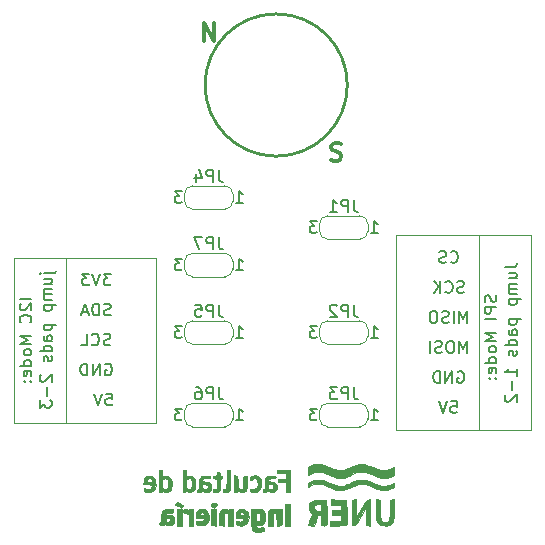
<source format=gbr>
%TF.GenerationSoftware,KiCad,Pcbnew,(5.1.9)-1*%
%TF.CreationDate,2021-03-29T15:47:30-03:00*%
%TF.ProjectId,1335_rev1,31333335-5f72-4657-9631-2e6b69636164,rev?*%
%TF.SameCoordinates,Original*%
%TF.FileFunction,Legend,Bot*%
%TF.FilePolarity,Positive*%
%FSLAX46Y46*%
G04 Gerber Fmt 4.6, Leading zero omitted, Abs format (unit mm)*
G04 Created by KiCad (PCBNEW (5.1.9)-1) date 2021-03-29 15:47:30*
%MOMM*%
%LPD*%
G01*
G04 APERTURE LIST*
%ADD10C,0.150000*%
%ADD11C,0.120000*%
%ADD12C,0.200000*%
%ADD13C,0.250000*%
%ADD14C,0.300000*%
%ADD15C,0.010000*%
G04 APERTURE END LIST*
D10*
X157670476Y-93432380D02*
X158146666Y-93432380D01*
X158194285Y-93908571D01*
X158146666Y-93860952D01*
X158051428Y-93813333D01*
X157813333Y-93813333D01*
X157718095Y-93860952D01*
X157670476Y-93908571D01*
X157622857Y-94003809D01*
X157622857Y-94241904D01*
X157670476Y-94337142D01*
X157718095Y-94384761D01*
X157813333Y-94432380D01*
X158051428Y-94432380D01*
X158146666Y-94384761D01*
X158194285Y-94337142D01*
X157337142Y-93432380D02*
X157003809Y-94432380D01*
X156670476Y-93432380D01*
X158241904Y-90940000D02*
X158337142Y-90892380D01*
X158480000Y-90892380D01*
X158622857Y-90940000D01*
X158718095Y-91035238D01*
X158765714Y-91130476D01*
X158813333Y-91320952D01*
X158813333Y-91463809D01*
X158765714Y-91654285D01*
X158718095Y-91749523D01*
X158622857Y-91844761D01*
X158480000Y-91892380D01*
X158384761Y-91892380D01*
X158241904Y-91844761D01*
X158194285Y-91797142D01*
X158194285Y-91463809D01*
X158384761Y-91463809D01*
X157765714Y-91892380D02*
X157765714Y-90892380D01*
X157194285Y-91892380D01*
X157194285Y-90892380D01*
X156718095Y-91892380D02*
X156718095Y-90892380D01*
X156480000Y-90892380D01*
X156337142Y-90940000D01*
X156241904Y-91035238D01*
X156194285Y-91130476D01*
X156146666Y-91320952D01*
X156146666Y-91463809D01*
X156194285Y-91654285D01*
X156241904Y-91749523D01*
X156337142Y-91844761D01*
X156480000Y-91892380D01*
X156718095Y-91892380D01*
X158765714Y-84224761D02*
X158622857Y-84272380D01*
X158384761Y-84272380D01*
X158289523Y-84224761D01*
X158241904Y-84177142D01*
X158194285Y-84081904D01*
X158194285Y-83986666D01*
X158241904Y-83891428D01*
X158289523Y-83843809D01*
X158384761Y-83796190D01*
X158575238Y-83748571D01*
X158670476Y-83700952D01*
X158718095Y-83653333D01*
X158765714Y-83558095D01*
X158765714Y-83462857D01*
X158718095Y-83367619D01*
X158670476Y-83320000D01*
X158575238Y-83272380D01*
X158337142Y-83272380D01*
X158194285Y-83320000D01*
X157194285Y-84177142D02*
X157241904Y-84224761D01*
X157384761Y-84272380D01*
X157480000Y-84272380D01*
X157622857Y-84224761D01*
X157718095Y-84129523D01*
X157765714Y-84034285D01*
X157813333Y-83843809D01*
X157813333Y-83700952D01*
X157765714Y-83510476D01*
X157718095Y-83415238D01*
X157622857Y-83320000D01*
X157480000Y-83272380D01*
X157384761Y-83272380D01*
X157241904Y-83320000D01*
X157194285Y-83367619D01*
X156765714Y-84272380D02*
X156765714Y-83272380D01*
X156194285Y-84272380D02*
X156622857Y-83700952D01*
X156194285Y-83272380D02*
X156765714Y-83843809D01*
X159051428Y-86812380D02*
X159051428Y-85812380D01*
X158718095Y-86526666D01*
X158384761Y-85812380D01*
X158384761Y-86812380D01*
X157908571Y-86812380D02*
X157908571Y-85812380D01*
X157480000Y-86764761D02*
X157337142Y-86812380D01*
X157099047Y-86812380D01*
X157003809Y-86764761D01*
X156956190Y-86717142D01*
X156908571Y-86621904D01*
X156908571Y-86526666D01*
X156956190Y-86431428D01*
X157003809Y-86383809D01*
X157099047Y-86336190D01*
X157289523Y-86288571D01*
X157384761Y-86240952D01*
X157432380Y-86193333D01*
X157480000Y-86098095D01*
X157480000Y-86002857D01*
X157432380Y-85907619D01*
X157384761Y-85860000D01*
X157289523Y-85812380D01*
X157051428Y-85812380D01*
X156908571Y-85860000D01*
X156289523Y-85812380D02*
X156099047Y-85812380D01*
X156003809Y-85860000D01*
X155908571Y-85955238D01*
X155860952Y-86145714D01*
X155860952Y-86479047D01*
X155908571Y-86669523D01*
X156003809Y-86764761D01*
X156099047Y-86812380D01*
X156289523Y-86812380D01*
X156384761Y-86764761D01*
X156480000Y-86669523D01*
X156527619Y-86479047D01*
X156527619Y-86145714D01*
X156480000Y-85955238D01*
X156384761Y-85860000D01*
X156289523Y-85812380D01*
X157646666Y-81637142D02*
X157694285Y-81684761D01*
X157837142Y-81732380D01*
X157932380Y-81732380D01*
X158075238Y-81684761D01*
X158170476Y-81589523D01*
X158218095Y-81494285D01*
X158265714Y-81303809D01*
X158265714Y-81160952D01*
X158218095Y-80970476D01*
X158170476Y-80875238D01*
X158075238Y-80780000D01*
X157932380Y-80732380D01*
X157837142Y-80732380D01*
X157694285Y-80780000D01*
X157646666Y-80827619D01*
X157265714Y-81684761D02*
X157122857Y-81732380D01*
X156884761Y-81732380D01*
X156789523Y-81684761D01*
X156741904Y-81637142D01*
X156694285Y-81541904D01*
X156694285Y-81446666D01*
X156741904Y-81351428D01*
X156789523Y-81303809D01*
X156884761Y-81256190D01*
X157075238Y-81208571D01*
X157170476Y-81160952D01*
X157218095Y-81113333D01*
X157265714Y-81018095D01*
X157265714Y-80922857D01*
X157218095Y-80827619D01*
X157170476Y-80780000D01*
X157075238Y-80732380D01*
X156837142Y-80732380D01*
X156694285Y-80780000D01*
X159051428Y-89352380D02*
X159051428Y-88352380D01*
X158718095Y-89066666D01*
X158384761Y-88352380D01*
X158384761Y-89352380D01*
X157718095Y-88352380D02*
X157527619Y-88352380D01*
X157432380Y-88400000D01*
X157337142Y-88495238D01*
X157289523Y-88685714D01*
X157289523Y-89019047D01*
X157337142Y-89209523D01*
X157432380Y-89304761D01*
X157527619Y-89352380D01*
X157718095Y-89352380D01*
X157813333Y-89304761D01*
X157908571Y-89209523D01*
X157956190Y-89019047D01*
X157956190Y-88685714D01*
X157908571Y-88495238D01*
X157813333Y-88400000D01*
X157718095Y-88352380D01*
X156908571Y-89304761D02*
X156765714Y-89352380D01*
X156527619Y-89352380D01*
X156432380Y-89304761D01*
X156384761Y-89257142D01*
X156337142Y-89161904D01*
X156337142Y-89066666D01*
X156384761Y-88971428D01*
X156432380Y-88923809D01*
X156527619Y-88876190D01*
X156718095Y-88828571D01*
X156813333Y-88780952D01*
X156860952Y-88733333D01*
X156908571Y-88638095D01*
X156908571Y-88542857D01*
X156860952Y-88447619D01*
X156813333Y-88400000D01*
X156718095Y-88352380D01*
X156480000Y-88352380D01*
X156337142Y-88400000D01*
X155908571Y-89352380D02*
X155908571Y-88352380D01*
D11*
X160020000Y-79375000D02*
X160020000Y-95885000D01*
X125095000Y-81280000D02*
X125095000Y-95250000D01*
D10*
X128460476Y-92797380D02*
X128936666Y-92797380D01*
X128984285Y-93273571D01*
X128936666Y-93225952D01*
X128841428Y-93178333D01*
X128603333Y-93178333D01*
X128508095Y-93225952D01*
X128460476Y-93273571D01*
X128412857Y-93368809D01*
X128412857Y-93606904D01*
X128460476Y-93702142D01*
X128508095Y-93749761D01*
X128603333Y-93797380D01*
X128841428Y-93797380D01*
X128936666Y-93749761D01*
X128984285Y-93702142D01*
X128127142Y-92797380D02*
X127793809Y-93797380D01*
X127460476Y-92797380D01*
X128849285Y-86129761D02*
X128706428Y-86177380D01*
X128468333Y-86177380D01*
X128373095Y-86129761D01*
X128325476Y-86082142D01*
X128277857Y-85986904D01*
X128277857Y-85891666D01*
X128325476Y-85796428D01*
X128373095Y-85748809D01*
X128468333Y-85701190D01*
X128658809Y-85653571D01*
X128754047Y-85605952D01*
X128801666Y-85558333D01*
X128849285Y-85463095D01*
X128849285Y-85367857D01*
X128801666Y-85272619D01*
X128754047Y-85225000D01*
X128658809Y-85177380D01*
X128420714Y-85177380D01*
X128277857Y-85225000D01*
X127849285Y-86177380D02*
X127849285Y-85177380D01*
X127611190Y-85177380D01*
X127468333Y-85225000D01*
X127373095Y-85320238D01*
X127325476Y-85415476D01*
X127277857Y-85605952D01*
X127277857Y-85748809D01*
X127325476Y-85939285D01*
X127373095Y-86034523D01*
X127468333Y-86129761D01*
X127611190Y-86177380D01*
X127849285Y-86177380D01*
X126896904Y-85891666D02*
X126420714Y-85891666D01*
X126992142Y-86177380D02*
X126658809Y-85177380D01*
X126325476Y-86177380D01*
X128825476Y-88669761D02*
X128682619Y-88717380D01*
X128444523Y-88717380D01*
X128349285Y-88669761D01*
X128301666Y-88622142D01*
X128254047Y-88526904D01*
X128254047Y-88431666D01*
X128301666Y-88336428D01*
X128349285Y-88288809D01*
X128444523Y-88241190D01*
X128635000Y-88193571D01*
X128730238Y-88145952D01*
X128777857Y-88098333D01*
X128825476Y-88003095D01*
X128825476Y-87907857D01*
X128777857Y-87812619D01*
X128730238Y-87765000D01*
X128635000Y-87717380D01*
X128396904Y-87717380D01*
X128254047Y-87765000D01*
X127254047Y-88622142D02*
X127301666Y-88669761D01*
X127444523Y-88717380D01*
X127539761Y-88717380D01*
X127682619Y-88669761D01*
X127777857Y-88574523D01*
X127825476Y-88479285D01*
X127873095Y-88288809D01*
X127873095Y-88145952D01*
X127825476Y-87955476D01*
X127777857Y-87860238D01*
X127682619Y-87765000D01*
X127539761Y-87717380D01*
X127444523Y-87717380D01*
X127301666Y-87765000D01*
X127254047Y-87812619D01*
X126349285Y-88717380D02*
X126825476Y-88717380D01*
X126825476Y-87717380D01*
X128396904Y-90305000D02*
X128492142Y-90257380D01*
X128635000Y-90257380D01*
X128777857Y-90305000D01*
X128873095Y-90400238D01*
X128920714Y-90495476D01*
X128968333Y-90685952D01*
X128968333Y-90828809D01*
X128920714Y-91019285D01*
X128873095Y-91114523D01*
X128777857Y-91209761D01*
X128635000Y-91257380D01*
X128539761Y-91257380D01*
X128396904Y-91209761D01*
X128349285Y-91162142D01*
X128349285Y-90828809D01*
X128539761Y-90828809D01*
X127920714Y-91257380D02*
X127920714Y-90257380D01*
X127349285Y-91257380D01*
X127349285Y-90257380D01*
X126873095Y-91257380D02*
X126873095Y-90257380D01*
X126635000Y-90257380D01*
X126492142Y-90305000D01*
X126396904Y-90400238D01*
X126349285Y-90495476D01*
X126301666Y-90685952D01*
X126301666Y-90828809D01*
X126349285Y-91019285D01*
X126396904Y-91114523D01*
X126492142Y-91209761D01*
X126635000Y-91257380D01*
X126873095Y-91257380D01*
X128873095Y-82637380D02*
X128254047Y-82637380D01*
X128587380Y-83018333D01*
X128444523Y-83018333D01*
X128349285Y-83065952D01*
X128301666Y-83113571D01*
X128254047Y-83208809D01*
X128254047Y-83446904D01*
X128301666Y-83542142D01*
X128349285Y-83589761D01*
X128444523Y-83637380D01*
X128730238Y-83637380D01*
X128825476Y-83589761D01*
X128873095Y-83542142D01*
X127968333Y-82637380D02*
X127635000Y-83637380D01*
X127301666Y-82637380D01*
X127063571Y-82637380D02*
X126444523Y-82637380D01*
X126777857Y-83018333D01*
X126635000Y-83018333D01*
X126539761Y-83065952D01*
X126492142Y-83113571D01*
X126444523Y-83208809D01*
X126444523Y-83446904D01*
X126492142Y-83542142D01*
X126539761Y-83589761D01*
X126635000Y-83637380D01*
X126920714Y-83637380D01*
X127015952Y-83589761D01*
X127063571Y-83542142D01*
D11*
X164465000Y-79375000D02*
X153035000Y-79375000D01*
X164465000Y-95885000D02*
X164465000Y-79375000D01*
X153035000Y-95885000D02*
X164465000Y-95885000D01*
X153035000Y-79375000D02*
X153035000Y-95885000D01*
X120650000Y-95250000D02*
X120650000Y-81280000D01*
X132715000Y-95250000D02*
X120650000Y-95250000D01*
X132715000Y-81280000D02*
X132715000Y-95250000D01*
X120650000Y-81280000D02*
X132715000Y-81280000D01*
D12*
X161479761Y-84463333D02*
X161527380Y-84606190D01*
X161527380Y-84844285D01*
X161479761Y-84939523D01*
X161432142Y-84987142D01*
X161336904Y-85034761D01*
X161241666Y-85034761D01*
X161146428Y-84987142D01*
X161098809Y-84939523D01*
X161051190Y-84844285D01*
X161003571Y-84653809D01*
X160955952Y-84558571D01*
X160908333Y-84510952D01*
X160813095Y-84463333D01*
X160717857Y-84463333D01*
X160622619Y-84510952D01*
X160575000Y-84558571D01*
X160527380Y-84653809D01*
X160527380Y-84891904D01*
X160575000Y-85034761D01*
X161527380Y-85463333D02*
X160527380Y-85463333D01*
X160527380Y-85844285D01*
X160575000Y-85939523D01*
X160622619Y-85987142D01*
X160717857Y-86034761D01*
X160860714Y-86034761D01*
X160955952Y-85987142D01*
X161003571Y-85939523D01*
X161051190Y-85844285D01*
X161051190Y-85463333D01*
X161527380Y-86463333D02*
X160527380Y-86463333D01*
X161527380Y-87701428D02*
X160527380Y-87701428D01*
X161241666Y-88034761D01*
X160527380Y-88368095D01*
X161527380Y-88368095D01*
X161527380Y-88987142D02*
X161479761Y-88891904D01*
X161432142Y-88844285D01*
X161336904Y-88796666D01*
X161051190Y-88796666D01*
X160955952Y-88844285D01*
X160908333Y-88891904D01*
X160860714Y-88987142D01*
X160860714Y-89130000D01*
X160908333Y-89225238D01*
X160955952Y-89272857D01*
X161051190Y-89320476D01*
X161336904Y-89320476D01*
X161432142Y-89272857D01*
X161479761Y-89225238D01*
X161527380Y-89130000D01*
X161527380Y-88987142D01*
X161527380Y-90177619D02*
X160527380Y-90177619D01*
X161479761Y-90177619D02*
X161527380Y-90082380D01*
X161527380Y-89891904D01*
X161479761Y-89796666D01*
X161432142Y-89749047D01*
X161336904Y-89701428D01*
X161051190Y-89701428D01*
X160955952Y-89749047D01*
X160908333Y-89796666D01*
X160860714Y-89891904D01*
X160860714Y-90082380D01*
X160908333Y-90177619D01*
X161479761Y-91034761D02*
X161527380Y-90939523D01*
X161527380Y-90749047D01*
X161479761Y-90653809D01*
X161384523Y-90606190D01*
X161003571Y-90606190D01*
X160908333Y-90653809D01*
X160860714Y-90749047D01*
X160860714Y-90939523D01*
X160908333Y-91034761D01*
X161003571Y-91082380D01*
X161098809Y-91082380D01*
X161194047Y-90606190D01*
X161432142Y-91510952D02*
X161479761Y-91558571D01*
X161527380Y-91510952D01*
X161479761Y-91463333D01*
X161432142Y-91510952D01*
X161527380Y-91510952D01*
X160908333Y-91510952D02*
X160955952Y-91558571D01*
X161003571Y-91510952D01*
X160955952Y-91463333D01*
X160908333Y-91510952D01*
X161003571Y-91510952D01*
X162227380Y-82106190D02*
X162941666Y-82106190D01*
X163084523Y-82058571D01*
X163179761Y-81963333D01*
X163227380Y-81820476D01*
X163227380Y-81725238D01*
X162560714Y-83010952D02*
X163227380Y-83010952D01*
X162560714Y-82582380D02*
X163084523Y-82582380D01*
X163179761Y-82630000D01*
X163227380Y-82725238D01*
X163227380Y-82868095D01*
X163179761Y-82963333D01*
X163132142Y-83010952D01*
X163227380Y-83487142D02*
X162560714Y-83487142D01*
X162655952Y-83487142D02*
X162608333Y-83534761D01*
X162560714Y-83630000D01*
X162560714Y-83772857D01*
X162608333Y-83868095D01*
X162703571Y-83915714D01*
X163227380Y-83915714D01*
X162703571Y-83915714D02*
X162608333Y-83963333D01*
X162560714Y-84058571D01*
X162560714Y-84201428D01*
X162608333Y-84296666D01*
X162703571Y-84344285D01*
X163227380Y-84344285D01*
X162560714Y-84820476D02*
X163560714Y-84820476D01*
X162608333Y-84820476D02*
X162560714Y-84915714D01*
X162560714Y-85106190D01*
X162608333Y-85201428D01*
X162655952Y-85249047D01*
X162751190Y-85296666D01*
X163036904Y-85296666D01*
X163132142Y-85249047D01*
X163179761Y-85201428D01*
X163227380Y-85106190D01*
X163227380Y-84915714D01*
X163179761Y-84820476D01*
X162560714Y-86487142D02*
X163560714Y-86487142D01*
X162608333Y-86487142D02*
X162560714Y-86582380D01*
X162560714Y-86772857D01*
X162608333Y-86868095D01*
X162655952Y-86915714D01*
X162751190Y-86963333D01*
X163036904Y-86963333D01*
X163132142Y-86915714D01*
X163179761Y-86868095D01*
X163227380Y-86772857D01*
X163227380Y-86582380D01*
X163179761Y-86487142D01*
X163227380Y-87820476D02*
X162703571Y-87820476D01*
X162608333Y-87772857D01*
X162560714Y-87677619D01*
X162560714Y-87487142D01*
X162608333Y-87391904D01*
X163179761Y-87820476D02*
X163227380Y-87725238D01*
X163227380Y-87487142D01*
X163179761Y-87391904D01*
X163084523Y-87344285D01*
X162989285Y-87344285D01*
X162894047Y-87391904D01*
X162846428Y-87487142D01*
X162846428Y-87725238D01*
X162798809Y-87820476D01*
X163227380Y-88725238D02*
X162227380Y-88725238D01*
X163179761Y-88725238D02*
X163227380Y-88630000D01*
X163227380Y-88439523D01*
X163179761Y-88344285D01*
X163132142Y-88296666D01*
X163036904Y-88249047D01*
X162751190Y-88249047D01*
X162655952Y-88296666D01*
X162608333Y-88344285D01*
X162560714Y-88439523D01*
X162560714Y-88630000D01*
X162608333Y-88725238D01*
X163179761Y-89153809D02*
X163227380Y-89249047D01*
X163227380Y-89439523D01*
X163179761Y-89534761D01*
X163084523Y-89582380D01*
X163036904Y-89582380D01*
X162941666Y-89534761D01*
X162894047Y-89439523D01*
X162894047Y-89296666D01*
X162846428Y-89201428D01*
X162751190Y-89153809D01*
X162703571Y-89153809D01*
X162608333Y-89201428D01*
X162560714Y-89296666D01*
X162560714Y-89439523D01*
X162608333Y-89534761D01*
X163227380Y-91296666D02*
X163227380Y-90725238D01*
X163227380Y-91010952D02*
X162227380Y-91010952D01*
X162370238Y-90915714D01*
X162465476Y-90820476D01*
X162513095Y-90725238D01*
X162846428Y-91725238D02*
X162846428Y-92487142D01*
X162322619Y-92915714D02*
X162275000Y-92963333D01*
X162227380Y-93058571D01*
X162227380Y-93296666D01*
X162275000Y-93391904D01*
X162322619Y-93439523D01*
X162417857Y-93487142D01*
X162513095Y-93487142D01*
X162655952Y-93439523D01*
X163227380Y-92868095D01*
X163227380Y-93487142D01*
X122157380Y-84765000D02*
X121157380Y-84765000D01*
X121252619Y-85193571D02*
X121205000Y-85241190D01*
X121157380Y-85336428D01*
X121157380Y-85574523D01*
X121205000Y-85669761D01*
X121252619Y-85717380D01*
X121347857Y-85765000D01*
X121443095Y-85765000D01*
X121585952Y-85717380D01*
X122157380Y-85145952D01*
X122157380Y-85765000D01*
X122062142Y-86765000D02*
X122109761Y-86717380D01*
X122157380Y-86574523D01*
X122157380Y-86479285D01*
X122109761Y-86336428D01*
X122014523Y-86241190D01*
X121919285Y-86193571D01*
X121728809Y-86145952D01*
X121585952Y-86145952D01*
X121395476Y-86193571D01*
X121300238Y-86241190D01*
X121205000Y-86336428D01*
X121157380Y-86479285D01*
X121157380Y-86574523D01*
X121205000Y-86717380D01*
X121252619Y-86765000D01*
X122157380Y-87955476D02*
X121157380Y-87955476D01*
X121871666Y-88288809D01*
X121157380Y-88622142D01*
X122157380Y-88622142D01*
X122157380Y-89241190D02*
X122109761Y-89145952D01*
X122062142Y-89098333D01*
X121966904Y-89050714D01*
X121681190Y-89050714D01*
X121585952Y-89098333D01*
X121538333Y-89145952D01*
X121490714Y-89241190D01*
X121490714Y-89384047D01*
X121538333Y-89479285D01*
X121585952Y-89526904D01*
X121681190Y-89574523D01*
X121966904Y-89574523D01*
X122062142Y-89526904D01*
X122109761Y-89479285D01*
X122157380Y-89384047D01*
X122157380Y-89241190D01*
X122157380Y-90431666D02*
X121157380Y-90431666D01*
X122109761Y-90431666D02*
X122157380Y-90336428D01*
X122157380Y-90145952D01*
X122109761Y-90050714D01*
X122062142Y-90003095D01*
X121966904Y-89955476D01*
X121681190Y-89955476D01*
X121585952Y-90003095D01*
X121538333Y-90050714D01*
X121490714Y-90145952D01*
X121490714Y-90336428D01*
X121538333Y-90431666D01*
X122109761Y-91288809D02*
X122157380Y-91193571D01*
X122157380Y-91003095D01*
X122109761Y-90907857D01*
X122014523Y-90860238D01*
X121633571Y-90860238D01*
X121538333Y-90907857D01*
X121490714Y-91003095D01*
X121490714Y-91193571D01*
X121538333Y-91288809D01*
X121633571Y-91336428D01*
X121728809Y-91336428D01*
X121824047Y-90860238D01*
X122062142Y-91765000D02*
X122109761Y-91812619D01*
X122157380Y-91765000D01*
X122109761Y-91717380D01*
X122062142Y-91765000D01*
X122157380Y-91765000D01*
X121538333Y-91765000D02*
X121585952Y-91812619D01*
X121633571Y-91765000D01*
X121585952Y-91717380D01*
X121538333Y-91765000D01*
X121633571Y-91765000D01*
X123190714Y-82598333D02*
X124047857Y-82598333D01*
X124143095Y-82550714D01*
X124190714Y-82455476D01*
X124190714Y-82407857D01*
X122857380Y-82598333D02*
X122905000Y-82550714D01*
X122952619Y-82598333D01*
X122905000Y-82645952D01*
X122857380Y-82598333D01*
X122952619Y-82598333D01*
X123190714Y-83503095D02*
X123857380Y-83503095D01*
X123190714Y-83074523D02*
X123714523Y-83074523D01*
X123809761Y-83122142D01*
X123857380Y-83217380D01*
X123857380Y-83360238D01*
X123809761Y-83455476D01*
X123762142Y-83503095D01*
X123857380Y-83979285D02*
X123190714Y-83979285D01*
X123285952Y-83979285D02*
X123238333Y-84026904D01*
X123190714Y-84122142D01*
X123190714Y-84265000D01*
X123238333Y-84360238D01*
X123333571Y-84407857D01*
X123857380Y-84407857D01*
X123333571Y-84407857D02*
X123238333Y-84455476D01*
X123190714Y-84550714D01*
X123190714Y-84693571D01*
X123238333Y-84788809D01*
X123333571Y-84836428D01*
X123857380Y-84836428D01*
X123190714Y-85312619D02*
X124190714Y-85312619D01*
X123238333Y-85312619D02*
X123190714Y-85407857D01*
X123190714Y-85598333D01*
X123238333Y-85693571D01*
X123285952Y-85741190D01*
X123381190Y-85788809D01*
X123666904Y-85788809D01*
X123762142Y-85741190D01*
X123809761Y-85693571D01*
X123857380Y-85598333D01*
X123857380Y-85407857D01*
X123809761Y-85312619D01*
X123190714Y-86979285D02*
X124190714Y-86979285D01*
X123238333Y-86979285D02*
X123190714Y-87074523D01*
X123190714Y-87265000D01*
X123238333Y-87360238D01*
X123285952Y-87407857D01*
X123381190Y-87455476D01*
X123666904Y-87455476D01*
X123762142Y-87407857D01*
X123809761Y-87360238D01*
X123857380Y-87265000D01*
X123857380Y-87074523D01*
X123809761Y-86979285D01*
X123857380Y-88312619D02*
X123333571Y-88312619D01*
X123238333Y-88265000D01*
X123190714Y-88169761D01*
X123190714Y-87979285D01*
X123238333Y-87884047D01*
X123809761Y-88312619D02*
X123857380Y-88217380D01*
X123857380Y-87979285D01*
X123809761Y-87884047D01*
X123714523Y-87836428D01*
X123619285Y-87836428D01*
X123524047Y-87884047D01*
X123476428Y-87979285D01*
X123476428Y-88217380D01*
X123428809Y-88312619D01*
X123857380Y-89217380D02*
X122857380Y-89217380D01*
X123809761Y-89217380D02*
X123857380Y-89122142D01*
X123857380Y-88931666D01*
X123809761Y-88836428D01*
X123762142Y-88788809D01*
X123666904Y-88741190D01*
X123381190Y-88741190D01*
X123285952Y-88788809D01*
X123238333Y-88836428D01*
X123190714Y-88931666D01*
X123190714Y-89122142D01*
X123238333Y-89217380D01*
X123809761Y-89645952D02*
X123857380Y-89741190D01*
X123857380Y-89931666D01*
X123809761Y-90026904D01*
X123714523Y-90074523D01*
X123666904Y-90074523D01*
X123571666Y-90026904D01*
X123524047Y-89931666D01*
X123524047Y-89788809D01*
X123476428Y-89693571D01*
X123381190Y-89645952D01*
X123333571Y-89645952D01*
X123238333Y-89693571D01*
X123190714Y-89788809D01*
X123190714Y-89931666D01*
X123238333Y-90026904D01*
X122952619Y-91217380D02*
X122905000Y-91265000D01*
X122857380Y-91360238D01*
X122857380Y-91598333D01*
X122905000Y-91693571D01*
X122952619Y-91741190D01*
X123047857Y-91788809D01*
X123143095Y-91788809D01*
X123285952Y-91741190D01*
X123857380Y-91169761D01*
X123857380Y-91788809D01*
X123476428Y-92217380D02*
X123476428Y-92979285D01*
X122857380Y-93360238D02*
X122857380Y-93979285D01*
X123238333Y-93645952D01*
X123238333Y-93788809D01*
X123285952Y-93884047D01*
X123333571Y-93931666D01*
X123428809Y-93979285D01*
X123666904Y-93979285D01*
X123762142Y-93931666D01*
X123809761Y-93884047D01*
X123857380Y-93788809D01*
X123857380Y-93503095D01*
X123809761Y-93407857D01*
X123762142Y-93360238D01*
D13*
X148899139Y-66675000D02*
G75*
G03*
X148899139Y-66675000I-6024139J0D01*
G01*
D14*
X147526428Y-72997142D02*
X147740714Y-73068571D01*
X148097857Y-73068571D01*
X148240714Y-72997142D01*
X148312142Y-72925714D01*
X148383571Y-72782857D01*
X148383571Y-72640000D01*
X148312142Y-72497142D01*
X148240714Y-72425714D01*
X148097857Y-72354285D01*
X147812142Y-72282857D01*
X147669285Y-72211428D01*
X147597857Y-72140000D01*
X147526428Y-71997142D01*
X147526428Y-71854285D01*
X147597857Y-71711428D01*
X147669285Y-71640000D01*
X147812142Y-71568571D01*
X148169285Y-71568571D01*
X148383571Y-71640000D01*
X136731428Y-62908571D02*
X136731428Y-61408571D01*
X137588571Y-62908571D01*
X137588571Y-61408571D01*
D11*
%TO.C,JP7*%
X139210000Y-82215000D02*
X139210000Y-81615000D01*
X135760000Y-82915000D02*
X138560000Y-82915000D01*
X135110000Y-81615000D02*
X135110000Y-82215000D01*
X138560000Y-80915000D02*
X135760000Y-80915000D01*
X139210000Y-81615000D02*
G75*
G03*
X138510000Y-80915000I-700000J0D01*
G01*
X138510000Y-82915000D02*
G75*
G03*
X139210000Y-82215000I0J700000D01*
G01*
X135110000Y-82215000D02*
G75*
G03*
X135810000Y-82915000I700000J0D01*
G01*
X135810000Y-80915000D02*
G75*
G03*
X135110000Y-81615000I0J-700000D01*
G01*
%TO.C,JP6*%
X139210000Y-94915000D02*
X139210000Y-94315000D01*
X135760000Y-95615000D02*
X138560000Y-95615000D01*
X135110000Y-94315000D02*
X135110000Y-94915000D01*
X138560000Y-93615000D02*
X135760000Y-93615000D01*
X139210000Y-94315000D02*
G75*
G03*
X138510000Y-93615000I-700000J0D01*
G01*
X138510000Y-95615000D02*
G75*
G03*
X139210000Y-94915000I0J700000D01*
G01*
X135110000Y-94915000D02*
G75*
G03*
X135810000Y-95615000I700000J0D01*
G01*
X135810000Y-93615000D02*
G75*
G03*
X135110000Y-94315000I0J-700000D01*
G01*
%TO.C,JP5*%
X139210000Y-87930000D02*
X139210000Y-87330000D01*
X135760000Y-88630000D02*
X138560000Y-88630000D01*
X135110000Y-87330000D02*
X135110000Y-87930000D01*
X138560000Y-86630000D02*
X135760000Y-86630000D01*
X139210000Y-87330000D02*
G75*
G03*
X138510000Y-86630000I-700000J0D01*
G01*
X138510000Y-88630000D02*
G75*
G03*
X139210000Y-87930000I0J700000D01*
G01*
X135110000Y-87930000D02*
G75*
G03*
X135810000Y-88630000I700000J0D01*
G01*
X135810000Y-86630000D02*
G75*
G03*
X135110000Y-87330000I0J-700000D01*
G01*
%TO.C,JP4*%
X139210000Y-76500000D02*
X139210000Y-75900000D01*
X135760000Y-77200000D02*
X138560000Y-77200000D01*
X135110000Y-75900000D02*
X135110000Y-76500000D01*
X138560000Y-75200000D02*
X135760000Y-75200000D01*
X139210000Y-75900000D02*
G75*
G03*
X138510000Y-75200000I-700000J0D01*
G01*
X138510000Y-77200000D02*
G75*
G03*
X139210000Y-76500000I0J700000D01*
G01*
X135110000Y-76500000D02*
G75*
G03*
X135810000Y-77200000I700000J0D01*
G01*
X135810000Y-75200000D02*
G75*
G03*
X135110000Y-75900000I0J-700000D01*
G01*
%TO.C,JP3*%
X150640000Y-94915000D02*
X150640000Y-94315000D01*
X147190000Y-95615000D02*
X149990000Y-95615000D01*
X146540000Y-94315000D02*
X146540000Y-94915000D01*
X149990000Y-93615000D02*
X147190000Y-93615000D01*
X150640000Y-94315000D02*
G75*
G03*
X149940000Y-93615000I-700000J0D01*
G01*
X149940000Y-95615000D02*
G75*
G03*
X150640000Y-94915000I0J700000D01*
G01*
X146540000Y-94915000D02*
G75*
G03*
X147240000Y-95615000I700000J0D01*
G01*
X147240000Y-93615000D02*
G75*
G03*
X146540000Y-94315000I0J-700000D01*
G01*
%TO.C,JP2*%
X150640000Y-87930000D02*
X150640000Y-87330000D01*
X147190000Y-88630000D02*
X149990000Y-88630000D01*
X146540000Y-87330000D02*
X146540000Y-87930000D01*
X149990000Y-86630000D02*
X147190000Y-86630000D01*
X150640000Y-87330000D02*
G75*
G03*
X149940000Y-86630000I-700000J0D01*
G01*
X149940000Y-88630000D02*
G75*
G03*
X150640000Y-87930000I0J700000D01*
G01*
X146540000Y-87930000D02*
G75*
G03*
X147240000Y-88630000I700000J0D01*
G01*
X147240000Y-86630000D02*
G75*
G03*
X146540000Y-87330000I0J-700000D01*
G01*
%TO.C,JP1*%
X150640000Y-79040000D02*
X150640000Y-78440000D01*
X147190000Y-79740000D02*
X149990000Y-79740000D01*
X146540000Y-78440000D02*
X146540000Y-79040000D01*
X149990000Y-77740000D02*
X147190000Y-77740000D01*
X150640000Y-78440000D02*
G75*
G03*
X149940000Y-77740000I-700000J0D01*
G01*
X149940000Y-79740000D02*
G75*
G03*
X150640000Y-79040000I0J700000D01*
G01*
X146540000Y-79040000D02*
G75*
G03*
X147240000Y-79740000I700000J0D01*
G01*
X147240000Y-77740000D02*
G75*
G03*
X146540000Y-78440000I0J-700000D01*
G01*
D15*
%TO.C,G\u002A\u002A\u002A*%
G36*
X149877462Y-98769222D02*
G01*
X149644885Y-98837906D01*
X149370244Y-98946965D01*
X149186784Y-99027468D01*
X148964585Y-99124045D01*
X148794634Y-99189208D01*
X148653617Y-99229737D01*
X148518221Y-99252411D01*
X148375034Y-99263513D01*
X148208357Y-99267408D01*
X148061687Y-99256856D01*
X147915633Y-99226686D01*
X147750804Y-99171726D01*
X147547810Y-99086805D01*
X147320000Y-98982149D01*
X146957261Y-98835230D01*
X146631184Y-98756056D01*
X146328387Y-98744077D01*
X146035489Y-98798745D01*
X145743083Y-98917496D01*
X145542000Y-99019092D01*
X145542000Y-99695814D01*
X145747906Y-99588149D01*
X146072971Y-99462848D01*
X146413553Y-99419387D01*
X146771307Y-99457817D01*
X147147888Y-99578190D01*
X147277667Y-99636429D01*
X147586172Y-99775934D01*
X147841225Y-99871203D01*
X148058392Y-99927041D01*
X148253240Y-99948252D01*
X148289711Y-99948763D01*
X148463813Y-99941394D01*
X148626292Y-99915467D01*
X148799987Y-99864698D01*
X149007739Y-99782799D01*
X149193406Y-99700029D01*
X149499107Y-99566122D01*
X149754234Y-99474214D01*
X149978214Y-99424325D01*
X150190474Y-99416475D01*
X150410442Y-99450684D01*
X150657543Y-99526972D01*
X150951206Y-99645358D01*
X151080351Y-99701967D01*
X151298090Y-99796426D01*
X151463026Y-99860267D01*
X151598446Y-99900003D01*
X151727637Y-99922149D01*
X151873886Y-99933218D01*
X151913167Y-99934913D01*
X152134858Y-99933916D01*
X152324827Y-99914709D01*
X152421167Y-99892251D01*
X152569783Y-99836336D01*
X152711789Y-99772821D01*
X152728083Y-99764527D01*
X152865667Y-99692825D01*
X152865667Y-99022350D01*
X152622250Y-99136425D01*
X152490795Y-99192546D01*
X152370557Y-99226815D01*
X152232619Y-99244342D01*
X152048063Y-99250236D01*
X151976667Y-99250500D01*
X151806097Y-99249089D01*
X151674958Y-99241021D01*
X151559668Y-99220544D01*
X151436644Y-99181904D01*
X151282304Y-99119348D01*
X151087667Y-99033630D01*
X150774717Y-98899496D01*
X150516602Y-98806050D01*
X150293941Y-98753231D01*
X150087354Y-98740976D01*
X149877462Y-98769222D01*
G37*
X149877462Y-98769222D02*
X149644885Y-98837906D01*
X149370244Y-98946965D01*
X149186784Y-99027468D01*
X148964585Y-99124045D01*
X148794634Y-99189208D01*
X148653617Y-99229737D01*
X148518221Y-99252411D01*
X148375034Y-99263513D01*
X148208357Y-99267408D01*
X148061687Y-99256856D01*
X147915633Y-99226686D01*
X147750804Y-99171726D01*
X147547810Y-99086805D01*
X147320000Y-98982149D01*
X146957261Y-98835230D01*
X146631184Y-98756056D01*
X146328387Y-98744077D01*
X146035489Y-98798745D01*
X145743083Y-98917496D01*
X145542000Y-99019092D01*
X145542000Y-99695814D01*
X145747906Y-99588149D01*
X146072971Y-99462848D01*
X146413553Y-99419387D01*
X146771307Y-99457817D01*
X147147888Y-99578190D01*
X147277667Y-99636429D01*
X147586172Y-99775934D01*
X147841225Y-99871203D01*
X148058392Y-99927041D01*
X148253240Y-99948252D01*
X148289711Y-99948763D01*
X148463813Y-99941394D01*
X148626292Y-99915467D01*
X148799987Y-99864698D01*
X149007739Y-99782799D01*
X149193406Y-99700029D01*
X149499107Y-99566122D01*
X149754234Y-99474214D01*
X149978214Y-99424325D01*
X150190474Y-99416475D01*
X150410442Y-99450684D01*
X150657543Y-99526972D01*
X150951206Y-99645358D01*
X151080351Y-99701967D01*
X151298090Y-99796426D01*
X151463026Y-99860267D01*
X151598446Y-99900003D01*
X151727637Y-99922149D01*
X151873886Y-99933218D01*
X151913167Y-99934913D01*
X152134858Y-99933916D01*
X152324827Y-99914709D01*
X152421167Y-99892251D01*
X152569783Y-99836336D01*
X152711789Y-99772821D01*
X152728083Y-99764527D01*
X152865667Y-99692825D01*
X152865667Y-99022350D01*
X152622250Y-99136425D01*
X152490795Y-99192546D01*
X152370557Y-99226815D01*
X152232619Y-99244342D01*
X152048063Y-99250236D01*
X151976667Y-99250500D01*
X151806097Y-99249089D01*
X151674958Y-99241021D01*
X151559668Y-99220544D01*
X151436644Y-99181904D01*
X151282304Y-99119348D01*
X151087667Y-99033630D01*
X150774717Y-98899496D01*
X150516602Y-98806050D01*
X150293941Y-98753231D01*
X150087354Y-98740976D01*
X149877462Y-98769222D01*
G36*
X146182063Y-100100649D02*
G01*
X145853491Y-100197232D01*
X145728714Y-100251558D01*
X145616360Y-100309556D01*
X145561470Y-100364389D01*
X145543543Y-100445907D01*
X145542000Y-100523415D01*
X145542000Y-100707506D01*
X145743083Y-100606921D01*
X146008306Y-100495535D01*
X146263670Y-100437375D01*
X146524759Y-100433242D01*
X146807154Y-100483937D01*
X147126438Y-100590260D01*
X147362333Y-100690119D01*
X147613100Y-100800548D01*
X147807324Y-100877973D01*
X147964140Y-100927362D01*
X148102680Y-100953679D01*
X148242078Y-100961890D01*
X148392449Y-100957457D01*
X148541121Y-100944353D01*
X148677365Y-100917961D01*
X148824702Y-100871212D01*
X149006649Y-100797033D01*
X149170177Y-100723638D01*
X149493983Y-100583496D01*
X149764809Y-100488949D01*
X150000423Y-100439076D01*
X150218589Y-100432958D01*
X150437073Y-100469674D01*
X150673642Y-100548306D01*
X150876000Y-100635322D01*
X151158278Y-100761035D01*
X151383542Y-100851342D01*
X151569129Y-100911334D01*
X151732379Y-100946107D01*
X151890629Y-100960751D01*
X151988217Y-100962017D01*
X152166344Y-100952548D01*
X152333043Y-100930711D01*
X152446311Y-100903019D01*
X152637031Y-100828013D01*
X152760246Y-100763636D01*
X152830000Y-100697750D01*
X152860334Y-100618218D01*
X152865667Y-100540579D01*
X152858186Y-100422205D01*
X152827097Y-100379145D01*
X152759432Y-100402718D01*
X152709185Y-100435830D01*
X152620657Y-100479786D01*
X152482221Y-100529848D01*
X152351166Y-100567822D01*
X152156372Y-100607100D01*
X151970800Y-100617902D01*
X151777348Y-100597319D01*
X151558914Y-100542441D01*
X151298397Y-100450358D01*
X151041054Y-100344909D01*
X150712193Y-100213220D01*
X150436640Y-100126105D01*
X150195972Y-100083162D01*
X149971766Y-100083988D01*
X149745598Y-100128181D01*
X149499044Y-100215336D01*
X149293781Y-100306716D01*
X149053117Y-100418178D01*
X148869180Y-100497356D01*
X148723363Y-100550613D01*
X148597062Y-100584308D01*
X148471670Y-100604804D01*
X148399500Y-100612463D01*
X148252250Y-100616361D01*
X148095841Y-100598066D01*
X147916616Y-100553631D01*
X147700916Y-100479107D01*
X147435084Y-100370547D01*
X147193000Y-100263697D01*
X146837406Y-100133762D01*
X146505231Y-100079452D01*
X146182063Y-100100649D01*
G37*
X146182063Y-100100649D02*
X145853491Y-100197232D01*
X145728714Y-100251558D01*
X145616360Y-100309556D01*
X145561470Y-100364389D01*
X145543543Y-100445907D01*
X145542000Y-100523415D01*
X145542000Y-100707506D01*
X145743083Y-100606921D01*
X146008306Y-100495535D01*
X146263670Y-100437375D01*
X146524759Y-100433242D01*
X146807154Y-100483937D01*
X147126438Y-100590260D01*
X147362333Y-100690119D01*
X147613100Y-100800548D01*
X147807324Y-100877973D01*
X147964140Y-100927362D01*
X148102680Y-100953679D01*
X148242078Y-100961890D01*
X148392449Y-100957457D01*
X148541121Y-100944353D01*
X148677365Y-100917961D01*
X148824702Y-100871212D01*
X149006649Y-100797033D01*
X149170177Y-100723638D01*
X149493983Y-100583496D01*
X149764809Y-100488949D01*
X150000423Y-100439076D01*
X150218589Y-100432958D01*
X150437073Y-100469674D01*
X150673642Y-100548306D01*
X150876000Y-100635322D01*
X151158278Y-100761035D01*
X151383542Y-100851342D01*
X151569129Y-100911334D01*
X151732379Y-100946107D01*
X151890629Y-100960751D01*
X151988217Y-100962017D01*
X152166344Y-100952548D01*
X152333043Y-100930711D01*
X152446311Y-100903019D01*
X152637031Y-100828013D01*
X152760246Y-100763636D01*
X152830000Y-100697750D01*
X152860334Y-100618218D01*
X152865667Y-100540579D01*
X152858186Y-100422205D01*
X152827097Y-100379145D01*
X152759432Y-100402718D01*
X152709185Y-100435830D01*
X152620657Y-100479786D01*
X152482221Y-100529848D01*
X152351166Y-100567822D01*
X152156372Y-100607100D01*
X151970800Y-100617902D01*
X151777348Y-100597319D01*
X151558914Y-100542441D01*
X151298397Y-100450358D01*
X151041054Y-100344909D01*
X150712193Y-100213220D01*
X150436640Y-100126105D01*
X150195972Y-100083162D01*
X149971766Y-100083988D01*
X149745598Y-100128181D01*
X149499044Y-100215336D01*
X149293781Y-100306716D01*
X149053117Y-100418178D01*
X148869180Y-100497356D01*
X148723363Y-100550613D01*
X148597062Y-100584308D01*
X148471670Y-100604804D01*
X148399500Y-100612463D01*
X148252250Y-100616361D01*
X148095841Y-100598066D01*
X147916616Y-100553631D01*
X147700916Y-100479107D01*
X147435084Y-100370547D01*
X147193000Y-100263697D01*
X146837406Y-100133762D01*
X146505231Y-100079452D01*
X146182063Y-100100649D01*
G36*
X132008095Y-99746426D02*
G01*
X131894905Y-99769306D01*
X131865989Y-99780921D01*
X131762683Y-99879930D01*
X131687011Y-100041343D01*
X131647959Y-100244974D01*
X131645950Y-100275240D01*
X131635500Y-100478166D01*
X132010077Y-100490458D01*
X132384654Y-100502751D01*
X132356029Y-100617458D01*
X132293312Y-100770019D01*
X132191616Y-100852015D01*
X132037668Y-100872767D01*
X131996248Y-100870109D01*
X131862051Y-100852407D01*
X131754822Y-100828492D01*
X131730750Y-100819812D01*
X131676872Y-100824001D01*
X131652502Y-100880448D01*
X131656868Y-100962347D01*
X131689198Y-101042889D01*
X131738550Y-101090510D01*
X131853276Y-101121924D01*
X132014176Y-101131484D01*
X132185965Y-101120412D01*
X132333358Y-101089932D01*
X132386385Y-101068065D01*
X132522133Y-100948057D01*
X132614800Y-100765925D01*
X132660039Y-100534830D01*
X132653499Y-100267935D01*
X132652752Y-100261857D01*
X132639849Y-100199909D01*
X132365826Y-100199909D01*
X132357903Y-100256941D01*
X132290680Y-100281953D01*
X132151866Y-100287660D01*
X132143500Y-100287666D01*
X132008337Y-100283696D01*
X131937943Y-100267272D01*
X131912614Y-100231625D01*
X131910667Y-100207689D01*
X131936383Y-100116564D01*
X131988191Y-100031974D01*
X132086992Y-99964328D01*
X132196567Y-99969107D01*
X132292794Y-100041596D01*
X132326743Y-100098143D01*
X132365826Y-100199909D01*
X132639849Y-100199909D01*
X132617230Y-100091321D01*
X132549187Y-99961527D01*
X132484674Y-99885251D01*
X132383422Y-99791281D01*
X132288259Y-99748164D01*
X132156769Y-99737359D01*
X132146302Y-99737333D01*
X132008095Y-99746426D01*
G37*
X132008095Y-99746426D02*
X131894905Y-99769306D01*
X131865989Y-99780921D01*
X131762683Y-99879930D01*
X131687011Y-100041343D01*
X131647959Y-100244974D01*
X131645950Y-100275240D01*
X131635500Y-100478166D01*
X132010077Y-100490458D01*
X132384654Y-100502751D01*
X132356029Y-100617458D01*
X132293312Y-100770019D01*
X132191616Y-100852015D01*
X132037668Y-100872767D01*
X131996248Y-100870109D01*
X131862051Y-100852407D01*
X131754822Y-100828492D01*
X131730750Y-100819812D01*
X131676872Y-100824001D01*
X131652502Y-100880448D01*
X131656868Y-100962347D01*
X131689198Y-101042889D01*
X131738550Y-101090510D01*
X131853276Y-101121924D01*
X132014176Y-101131484D01*
X132185965Y-101120412D01*
X132333358Y-101089932D01*
X132386385Y-101068065D01*
X132522133Y-100948057D01*
X132614800Y-100765925D01*
X132660039Y-100534830D01*
X132653499Y-100267935D01*
X132652752Y-100261857D01*
X132639849Y-100199909D01*
X132365826Y-100199909D01*
X132357903Y-100256941D01*
X132290680Y-100281953D01*
X132151866Y-100287660D01*
X132143500Y-100287666D01*
X132008337Y-100283696D01*
X131937943Y-100267272D01*
X131912614Y-100231625D01*
X131910667Y-100207689D01*
X131936383Y-100116564D01*
X131988191Y-100031974D01*
X132086992Y-99964328D01*
X132196567Y-99969107D01*
X132292794Y-100041596D01*
X132326743Y-100098143D01*
X132365826Y-100199909D01*
X132639849Y-100199909D01*
X132617230Y-100091321D01*
X132549187Y-99961527D01*
X132484674Y-99885251D01*
X132383422Y-99791281D01*
X132288259Y-99748164D01*
X132156769Y-99737359D01*
X132146302Y-99737333D01*
X132008095Y-99746426D01*
G36*
X133085417Y-99279567D02*
G01*
X132947833Y-99292833D01*
X132947833Y-101113166D01*
X133085417Y-101126432D01*
X133184315Y-101124929D01*
X133221254Y-101089274D01*
X133223000Y-101071115D01*
X133230419Y-101026801D01*
X133267721Y-101035625D01*
X133317086Y-101068432D01*
X133475362Y-101131553D01*
X133647462Y-101123437D01*
X133806439Y-101047053D01*
X133848943Y-101009877D01*
X133941792Y-100890542D01*
X133997915Y-100744812D01*
X134023725Y-100551050D01*
X134027333Y-100408015D01*
X134015219Y-100310145D01*
X133723752Y-100310145D01*
X133723160Y-100537215D01*
X133720244Y-100565454D01*
X133695708Y-100695602D01*
X133659680Y-100795957D01*
X133646353Y-100816810D01*
X133553632Y-100869518D01*
X133424641Y-100874846D01*
X133304884Y-100836510D01*
X133265056Y-100805133D01*
X133240554Y-100750994D01*
X133227822Y-100655934D01*
X133223304Y-100501793D01*
X133223000Y-100418313D01*
X133223000Y-100043938D01*
X133349750Y-99991436D01*
X133490029Y-99967683D01*
X133602348Y-100017882D01*
X133681869Y-100134535D01*
X133723752Y-100310145D01*
X134015219Y-100310145D01*
X133995252Y-100148834D01*
X133900095Y-99942188D01*
X133789047Y-99824660D01*
X133699641Y-99766800D01*
X133604457Y-99744104D01*
X133467380Y-99748834D01*
X133445250Y-99750993D01*
X133223000Y-99773549D01*
X133223000Y-99266302D01*
X133085417Y-99279567D01*
G37*
X133085417Y-99279567D02*
X132947833Y-99292833D01*
X132947833Y-101113166D01*
X133085417Y-101126432D01*
X133184315Y-101124929D01*
X133221254Y-101089274D01*
X133223000Y-101071115D01*
X133230419Y-101026801D01*
X133267721Y-101035625D01*
X133317086Y-101068432D01*
X133475362Y-101131553D01*
X133647462Y-101123437D01*
X133806439Y-101047053D01*
X133848943Y-101009877D01*
X133941792Y-100890542D01*
X133997915Y-100744812D01*
X134023725Y-100551050D01*
X134027333Y-100408015D01*
X134015219Y-100310145D01*
X133723752Y-100310145D01*
X133723160Y-100537215D01*
X133720244Y-100565454D01*
X133695708Y-100695602D01*
X133659680Y-100795957D01*
X133646353Y-100816810D01*
X133553632Y-100869518D01*
X133424641Y-100874846D01*
X133304884Y-100836510D01*
X133265056Y-100805133D01*
X133240554Y-100750994D01*
X133227822Y-100655934D01*
X133223304Y-100501793D01*
X133223000Y-100418313D01*
X133223000Y-100043938D01*
X133349750Y-99991436D01*
X133490029Y-99967683D01*
X133602348Y-100017882D01*
X133681869Y-100134535D01*
X133723752Y-100310145D01*
X134015219Y-100310145D01*
X133995252Y-100148834D01*
X133900095Y-99942188D01*
X133789047Y-99824660D01*
X133699641Y-99766800D01*
X133604457Y-99744104D01*
X133467380Y-99748834D01*
X133445250Y-99750993D01*
X133223000Y-99773549D01*
X133223000Y-99266302D01*
X133085417Y-99279567D01*
G36*
X134958667Y-101134333D02*
G01*
X135085667Y-101134333D01*
X135184906Y-101116494D01*
X135212667Y-101068432D01*
X135220319Y-101026197D01*
X135258261Y-101036138D01*
X135306753Y-101068432D01*
X135445142Y-101122179D01*
X135611096Y-101128859D01*
X135761811Y-101088489D01*
X135796156Y-101068263D01*
X135915075Y-100937159D01*
X135992908Y-100753541D01*
X136029970Y-100538679D01*
X136028229Y-100423223D01*
X135720667Y-100423223D01*
X135713173Y-100583501D01*
X135693595Y-100719083D01*
X135668150Y-100796241D01*
X135586200Y-100858264D01*
X135467685Y-100880896D01*
X135352815Y-100860443D01*
X135305800Y-100829533D01*
X135278484Y-100757531D01*
X135261087Y-100612857D01*
X135255000Y-100407689D01*
X135257242Y-100225306D01*
X135266368Y-100109273D01*
X135285983Y-100041336D01*
X135319687Y-100003241D01*
X135336884Y-99992822D01*
X135465725Y-99952002D01*
X135575164Y-99988389D01*
X135634351Y-100041649D01*
X135683416Y-100112633D01*
X135710099Y-100208890D01*
X135720074Y-100355494D01*
X135720667Y-100423223D01*
X136028229Y-100423223D01*
X136026578Y-100313839D01*
X135983049Y-100100291D01*
X135899701Y-99919304D01*
X135777150Y-99792343D01*
X135656268Y-99747967D01*
X135482316Y-99745491D01*
X135465978Y-99746965D01*
X135255000Y-99767238D01*
X135255000Y-99271666D01*
X134958667Y-99271666D01*
X134958667Y-101134333D01*
G37*
X134958667Y-101134333D02*
X135085667Y-101134333D01*
X135184906Y-101116494D01*
X135212667Y-101068432D01*
X135220319Y-101026197D01*
X135258261Y-101036138D01*
X135306753Y-101068432D01*
X135445142Y-101122179D01*
X135611096Y-101128859D01*
X135761811Y-101088489D01*
X135796156Y-101068263D01*
X135915075Y-100937159D01*
X135992908Y-100753541D01*
X136029970Y-100538679D01*
X136028229Y-100423223D01*
X135720667Y-100423223D01*
X135713173Y-100583501D01*
X135693595Y-100719083D01*
X135668150Y-100796241D01*
X135586200Y-100858264D01*
X135467685Y-100880896D01*
X135352815Y-100860443D01*
X135305800Y-100829533D01*
X135278484Y-100757531D01*
X135261087Y-100612857D01*
X135255000Y-100407689D01*
X135257242Y-100225306D01*
X135266368Y-100109273D01*
X135285983Y-100041336D01*
X135319687Y-100003241D01*
X135336884Y-99992822D01*
X135465725Y-99952002D01*
X135575164Y-99988389D01*
X135634351Y-100041649D01*
X135683416Y-100112633D01*
X135710099Y-100208890D01*
X135720074Y-100355494D01*
X135720667Y-100423223D01*
X136028229Y-100423223D01*
X136026578Y-100313839D01*
X135983049Y-100100291D01*
X135899701Y-99919304D01*
X135777150Y-99792343D01*
X135656268Y-99747967D01*
X135482316Y-99745491D01*
X135465978Y-99746965D01*
X135255000Y-99767238D01*
X135255000Y-99271666D01*
X134958667Y-99271666D01*
X134958667Y-101134333D01*
G36*
X136705801Y-99742489D02*
G01*
X136606912Y-99764981D01*
X136528146Y-99815340D01*
X136479410Y-99861076D01*
X136424105Y-99919913D01*
X136388352Y-99976427D01*
X136367891Y-100050130D01*
X136358458Y-100160533D01*
X136355793Y-100327147D01*
X136355667Y-100427639D01*
X136354409Y-100626551D01*
X136348721Y-100756583D01*
X136335730Y-100833510D01*
X136312565Y-100873103D01*
X136276353Y-100891136D01*
X136271000Y-100892599D01*
X136200921Y-100947640D01*
X136186333Y-101024536D01*
X136195132Y-101095501D01*
X136237560Y-101126822D01*
X136337671Y-101134290D01*
X136353563Y-101134333D01*
X136496210Y-101114163D01*
X136559801Y-101064630D01*
X136594412Y-101019534D01*
X136640012Y-101026701D01*
X136698324Y-101064630D01*
X136842796Y-101124456D01*
X137007657Y-101132869D01*
X137159102Y-101091750D01*
X137238964Y-101034570D01*
X137330297Y-100885524D01*
X137362954Y-100713251D01*
X137356826Y-100668118D01*
X137068082Y-100668118D01*
X137048760Y-100799696D01*
X136973896Y-100883198D01*
X136862238Y-100911162D01*
X136732533Y-100876127D01*
X136662820Y-100829413D01*
X136628200Y-100761031D01*
X136610332Y-100648264D01*
X136609667Y-100621956D01*
X136617896Y-100511687D01*
X136654009Y-100456430D01*
X136723150Y-100430130D01*
X136872766Y-100429414D01*
X136991604Y-100497896D01*
X137060217Y-100622157D01*
X137068082Y-100668118D01*
X137356826Y-100668118D01*
X137339670Y-100541782D01*
X137263179Y-100395154D01*
X137156140Y-100306836D01*
X137042166Y-100270153D01*
X136890737Y-100248152D01*
X136820583Y-100245333D01*
X136694375Y-100242647D01*
X136634349Y-100228368D01*
X136622053Y-100193162D01*
X136632255Y-100150083D01*
X136690457Y-100034541D01*
X136788697Y-99973653D01*
X136941815Y-99960459D01*
X137022417Y-99967050D01*
X137151371Y-99979133D01*
X137217392Y-99972856D01*
X137241478Y-99940975D01*
X137244667Y-99890398D01*
X137231108Y-99816721D01*
X137180716Y-99770535D01*
X137078918Y-99746087D01*
X136911142Y-99737625D01*
X136856948Y-99737333D01*
X136705801Y-99742489D01*
G37*
X136705801Y-99742489D02*
X136606912Y-99764981D01*
X136528146Y-99815340D01*
X136479410Y-99861076D01*
X136424105Y-99919913D01*
X136388352Y-99976427D01*
X136367891Y-100050130D01*
X136358458Y-100160533D01*
X136355793Y-100327147D01*
X136355667Y-100427639D01*
X136354409Y-100626551D01*
X136348721Y-100756583D01*
X136335730Y-100833510D01*
X136312565Y-100873103D01*
X136276353Y-100891136D01*
X136271000Y-100892599D01*
X136200921Y-100947640D01*
X136186333Y-101024536D01*
X136195132Y-101095501D01*
X136237560Y-101126822D01*
X136337671Y-101134290D01*
X136353563Y-101134333D01*
X136496210Y-101114163D01*
X136559801Y-101064630D01*
X136594412Y-101019534D01*
X136640012Y-101026701D01*
X136698324Y-101064630D01*
X136842796Y-101124456D01*
X137007657Y-101132869D01*
X137159102Y-101091750D01*
X137238964Y-101034570D01*
X137330297Y-100885524D01*
X137362954Y-100713251D01*
X137356826Y-100668118D01*
X137068082Y-100668118D01*
X137048760Y-100799696D01*
X136973896Y-100883198D01*
X136862238Y-100911162D01*
X136732533Y-100876127D01*
X136662820Y-100829413D01*
X136628200Y-100761031D01*
X136610332Y-100648264D01*
X136609667Y-100621956D01*
X136617896Y-100511687D01*
X136654009Y-100456430D01*
X136723150Y-100430130D01*
X136872766Y-100429414D01*
X136991604Y-100497896D01*
X137060217Y-100622157D01*
X137068082Y-100668118D01*
X137356826Y-100668118D01*
X137339670Y-100541782D01*
X137263179Y-100395154D01*
X137156140Y-100306836D01*
X137042166Y-100270153D01*
X136890737Y-100248152D01*
X136820583Y-100245333D01*
X136694375Y-100242647D01*
X136634349Y-100228368D01*
X136622053Y-100193162D01*
X136632255Y-100150083D01*
X136690457Y-100034541D01*
X136788697Y-99973653D01*
X136941815Y-99960459D01*
X137022417Y-99967050D01*
X137151371Y-99979133D01*
X137217392Y-99972856D01*
X137241478Y-99940975D01*
X137244667Y-99890398D01*
X137231108Y-99816721D01*
X137180716Y-99770535D01*
X137078918Y-99746087D01*
X136911142Y-99737625D01*
X136856948Y-99737333D01*
X136705801Y-99742489D01*
G36*
X137854092Y-99414877D02*
G01*
X137838525Y-99480462D01*
X137837333Y-99568000D01*
X137832848Y-99676418D01*
X137805152Y-99724599D01*
X137732887Y-99736954D01*
X137689167Y-99737333D01*
X137589619Y-99744413D01*
X137548789Y-99780323D01*
X137541000Y-99864333D01*
X137549260Y-99949659D01*
X137591155Y-99984657D01*
X137689167Y-99991333D01*
X137837333Y-99991333D01*
X137837333Y-100889596D01*
X137691553Y-100872577D01*
X137589715Y-100869534D01*
X137540200Y-100902571D01*
X137519764Y-100959180D01*
X137516129Y-101048533D01*
X137567000Y-101102940D01*
X137682974Y-101128925D01*
X137803183Y-101133685D01*
X137939962Y-101124539D01*
X138023408Y-101088950D01*
X138067766Y-101040247D01*
X138099119Y-100972241D01*
X138119396Y-100865183D01*
X138130334Y-100704025D01*
X138133666Y-100473724D01*
X138133667Y-100468747D01*
X138134598Y-100261953D01*
X138139099Y-100125360D01*
X138149737Y-100044507D01*
X138169074Y-100004933D01*
X138199676Y-99992177D01*
X138218333Y-99991333D01*
X138280307Y-99971375D01*
X138302127Y-99897116D01*
X138303000Y-99864333D01*
X138289695Y-99771373D01*
X138240189Y-99738643D01*
X138218333Y-99737333D01*
X138151697Y-99712241D01*
X138133667Y-99632587D01*
X138099975Y-99532243D01*
X138008769Y-99463253D01*
X137904118Y-99413247D01*
X137854092Y-99414877D01*
G37*
X137854092Y-99414877D02*
X137838525Y-99480462D01*
X137837333Y-99568000D01*
X137832848Y-99676418D01*
X137805152Y-99724599D01*
X137732887Y-99736954D01*
X137689167Y-99737333D01*
X137589619Y-99744413D01*
X137548789Y-99780323D01*
X137541000Y-99864333D01*
X137549260Y-99949659D01*
X137591155Y-99984657D01*
X137689167Y-99991333D01*
X137837333Y-99991333D01*
X137837333Y-100889596D01*
X137691553Y-100872577D01*
X137589715Y-100869534D01*
X137540200Y-100902571D01*
X137519764Y-100959180D01*
X137516129Y-101048533D01*
X137567000Y-101102940D01*
X137682974Y-101128925D01*
X137803183Y-101133685D01*
X137939962Y-101124539D01*
X138023408Y-101088950D01*
X138067766Y-101040247D01*
X138099119Y-100972241D01*
X138119396Y-100865183D01*
X138130334Y-100704025D01*
X138133666Y-100473724D01*
X138133667Y-100468747D01*
X138134598Y-100261953D01*
X138139099Y-100125360D01*
X138149737Y-100044507D01*
X138169074Y-100004933D01*
X138199676Y-99992177D01*
X138218333Y-99991333D01*
X138280307Y-99971375D01*
X138302127Y-99897116D01*
X138303000Y-99864333D01*
X138289695Y-99771373D01*
X138240189Y-99738643D01*
X138218333Y-99737333D01*
X138151697Y-99712241D01*
X138133667Y-99632587D01*
X138099975Y-99532243D01*
X138008769Y-99463253D01*
X137904118Y-99413247D01*
X137854092Y-99414877D01*
G36*
X138674351Y-100065416D02*
G01*
X138662833Y-100859166D01*
X138501533Y-100872457D01*
X138396979Y-100887066D01*
X138354720Y-100920084D01*
X138352391Y-100990682D01*
X138353366Y-100999457D01*
X138368783Y-101067380D01*
X138409986Y-101103290D01*
X138499962Y-101119964D01*
X138580447Y-101125674D01*
X138721738Y-101126230D01*
X138811210Y-101101639D01*
X138876781Y-101047254D01*
X138905226Y-101009296D01*
X138926680Y-100958743D01*
X138942386Y-100883450D01*
X138953584Y-100771270D01*
X138961517Y-100610059D01*
X138967428Y-100387671D01*
X138972218Y-100113997D01*
X138985268Y-99271666D01*
X138685868Y-99271666D01*
X138674351Y-100065416D01*
G37*
X138674351Y-100065416D02*
X138662833Y-100859166D01*
X138501533Y-100872457D01*
X138396979Y-100887066D01*
X138354720Y-100920084D01*
X138352391Y-100990682D01*
X138353366Y-100999457D01*
X138368783Y-101067380D01*
X138409986Y-101103290D01*
X138499962Y-101119964D01*
X138580447Y-101125674D01*
X138721738Y-101126230D01*
X138811210Y-101101639D01*
X138876781Y-101047254D01*
X138905226Y-101009296D01*
X138926680Y-100958743D01*
X138942386Y-100883450D01*
X138953584Y-100771270D01*
X138961517Y-100610059D01*
X138967428Y-100387671D01*
X138972218Y-100113997D01*
X138985268Y-99271666D01*
X138685868Y-99271666D01*
X138674351Y-100065416D01*
G36*
X139319000Y-101134333D02*
G01*
X139446000Y-101134333D01*
X139546826Y-101115401D01*
X139573000Y-101070833D01*
X139593351Y-101014150D01*
X139657161Y-101025650D01*
X139723659Y-101069486D01*
X139815335Y-101107727D01*
X139948756Y-101130428D01*
X140003844Y-101132986D01*
X140138830Y-101124751D01*
X140225348Y-101088729D01*
X140289594Y-101022790D01*
X140325581Y-100969240D01*
X140350208Y-100905484D01*
X140365579Y-100815272D01*
X140373800Y-100682354D01*
X140376975Y-100490480D01*
X140377333Y-100345457D01*
X140377333Y-99779666D01*
X140271500Y-99779666D01*
X140178207Y-99775794D01*
X140133917Y-99769083D01*
X140120610Y-99804692D01*
X140106643Y-99909629D01*
X140093518Y-100068582D01*
X140082734Y-100266242D01*
X140081000Y-100308833D01*
X140059833Y-100859166D01*
X139936544Y-100873225D01*
X139809508Y-100865715D01*
X139715545Y-100834991D01*
X139674237Y-100808144D01*
X139646046Y-100769549D01*
X139627955Y-100703654D01*
X139616944Y-100594909D01*
X139609996Y-100427763D01*
X139606001Y-100270599D01*
X139594167Y-99758500D01*
X139456583Y-99745234D01*
X139319000Y-99731968D01*
X139319000Y-101134333D01*
G37*
X139319000Y-101134333D02*
X139446000Y-101134333D01*
X139546826Y-101115401D01*
X139573000Y-101070833D01*
X139593351Y-101014150D01*
X139657161Y-101025650D01*
X139723659Y-101069486D01*
X139815335Y-101107727D01*
X139948756Y-101130428D01*
X140003844Y-101132986D01*
X140138830Y-101124751D01*
X140225348Y-101088729D01*
X140289594Y-101022790D01*
X140325581Y-100969240D01*
X140350208Y-100905484D01*
X140365579Y-100815272D01*
X140373800Y-100682354D01*
X140376975Y-100490480D01*
X140377333Y-100345457D01*
X140377333Y-99779666D01*
X140271500Y-99779666D01*
X140178207Y-99775794D01*
X140133917Y-99769083D01*
X140120610Y-99804692D01*
X140106643Y-99909629D01*
X140093518Y-100068582D01*
X140082734Y-100266242D01*
X140081000Y-100308833D01*
X140059833Y-100859166D01*
X139936544Y-100873225D01*
X139809508Y-100865715D01*
X139715545Y-100834991D01*
X139674237Y-100808144D01*
X139646046Y-100769549D01*
X139627955Y-100703654D01*
X139616944Y-100594909D01*
X139609996Y-100427763D01*
X139606001Y-100270599D01*
X139594167Y-99758500D01*
X139456583Y-99745234D01*
X139319000Y-99731968D01*
X139319000Y-101134333D01*
G36*
X140906086Y-99752936D02*
G01*
X140761877Y-99816839D01*
X140659640Y-99919973D01*
X140620932Y-100033529D01*
X140639730Y-100121890D01*
X140706156Y-100157406D01*
X140800360Y-100138370D01*
X140902494Y-100063077D01*
X140907154Y-100058128D01*
X140996530Y-99974564D01*
X141067286Y-99956472D01*
X141149937Y-100000374D01*
X141183494Y-100026633D01*
X141246388Y-100101273D01*
X141282996Y-100214199D01*
X141299242Y-100343920D01*
X141300471Y-100574465D01*
X141256456Y-100736032D01*
X141162039Y-100834217D01*
X141012064Y-100874616D01*
X140818832Y-100865319D01*
X140703340Y-100852921D01*
X140648698Y-100864056D01*
X140632281Y-100908118D01*
X140631333Y-100943153D01*
X140658752Y-101039109D01*
X140746335Y-101100055D01*
X140902076Y-101129830D01*
X141029306Y-101134333D01*
X141174072Y-101128286D01*
X141271384Y-101100809D01*
X141358126Y-101037899D01*
X141406827Y-100991017D01*
X141525357Y-100819520D01*
X141592681Y-100608570D01*
X141609153Y-100380731D01*
X141575129Y-100158564D01*
X141490963Y-99964633D01*
X141388847Y-99845887D01*
X141239742Y-99762531D01*
X141072098Y-99733190D01*
X140906086Y-99752936D01*
G37*
X140906086Y-99752936D02*
X140761877Y-99816839D01*
X140659640Y-99919973D01*
X140620932Y-100033529D01*
X140639730Y-100121890D01*
X140706156Y-100157406D01*
X140800360Y-100138370D01*
X140902494Y-100063077D01*
X140907154Y-100058128D01*
X140996530Y-99974564D01*
X141067286Y-99956472D01*
X141149937Y-100000374D01*
X141183494Y-100026633D01*
X141246388Y-100101273D01*
X141282996Y-100214199D01*
X141299242Y-100343920D01*
X141300471Y-100574465D01*
X141256456Y-100736032D01*
X141162039Y-100834217D01*
X141012064Y-100874616D01*
X140818832Y-100865319D01*
X140703340Y-100852921D01*
X140648698Y-100864056D01*
X140632281Y-100908118D01*
X140631333Y-100943153D01*
X140658752Y-101039109D01*
X140746335Y-101100055D01*
X140902076Y-101129830D01*
X141029306Y-101134333D01*
X141174072Y-101128286D01*
X141271384Y-101100809D01*
X141358126Y-101037899D01*
X141406827Y-100991017D01*
X141525357Y-100819520D01*
X141592681Y-100608570D01*
X141609153Y-100380731D01*
X141575129Y-100158564D01*
X141490963Y-99964633D01*
X141388847Y-99845887D01*
X141239742Y-99762531D01*
X141072098Y-99733190D01*
X140906086Y-99752936D01*
G36*
X142255818Y-99750000D02*
G01*
X142111687Y-99793793D01*
X142011163Y-99879398D01*
X141947297Y-100016855D01*
X141913140Y-100216203D01*
X141901744Y-100487482D01*
X141901570Y-100531083D01*
X141898068Y-100711437D01*
X141886373Y-100820595D01*
X141864251Y-100871820D01*
X141842771Y-100880333D01*
X141790578Y-100915856D01*
X141754059Y-100995184D01*
X141749084Y-101077457D01*
X141757707Y-101099346D01*
X141818324Y-101129086D01*
X141921581Y-101133050D01*
X142030511Y-101114297D01*
X142108149Y-101075886D01*
X142113792Y-101069879D01*
X142161486Y-101028660D01*
X142217149Y-101040303D01*
X142265652Y-101069879D01*
X142418306Y-101127822D01*
X142589749Y-101130569D01*
X142745642Y-101080592D01*
X142813424Y-101030424D01*
X142880300Y-100943355D01*
X142911097Y-100836298D01*
X142917333Y-100709667D01*
X142916335Y-100692666D01*
X142625178Y-100692666D01*
X142596361Y-100811843D01*
X142515679Y-100900458D01*
X142468567Y-100921379D01*
X142430408Y-100909952D01*
X142342919Y-100880341D01*
X142330984Y-100876192D01*
X142247227Y-100838685D01*
X142208588Y-100784412D01*
X142197956Y-100683592D01*
X142197667Y-100644165D01*
X142203894Y-100525366D01*
X142231409Y-100464365D01*
X142293459Y-100434677D01*
X142303809Y-100431973D01*
X142439360Y-100438322D01*
X142515475Y-100474475D01*
X142599195Y-100570889D01*
X142625178Y-100692666D01*
X142916335Y-100692666D01*
X142908855Y-100565329D01*
X142874147Y-100466474D01*
X142799302Y-100374824D01*
X142793590Y-100369076D01*
X142707359Y-100295153D01*
X142618171Y-100258083D01*
X142491277Y-100245919D01*
X142433757Y-100245333D01*
X142296446Y-100241051D01*
X142224674Y-100224247D01*
X142199570Y-100188982D01*
X142198315Y-100171250D01*
X142216552Y-100067238D01*
X142278411Y-100005582D01*
X142397973Y-99978042D01*
X142533953Y-99974816D01*
X142679086Y-99973618D01*
X142761308Y-99959268D01*
X142802078Y-99925708D01*
X142815061Y-99895448D01*
X142819385Y-99821612D01*
X142769961Y-99773562D01*
X142657098Y-99747114D01*
X142471110Y-99738083D01*
X142450503Y-99737981D01*
X142255818Y-99750000D01*
G37*
X142255818Y-99750000D02*
X142111687Y-99793793D01*
X142011163Y-99879398D01*
X141947297Y-100016855D01*
X141913140Y-100216203D01*
X141901744Y-100487482D01*
X141901570Y-100531083D01*
X141898068Y-100711437D01*
X141886373Y-100820595D01*
X141864251Y-100871820D01*
X141842771Y-100880333D01*
X141790578Y-100915856D01*
X141754059Y-100995184D01*
X141749084Y-101077457D01*
X141757707Y-101099346D01*
X141818324Y-101129086D01*
X141921581Y-101133050D01*
X142030511Y-101114297D01*
X142108149Y-101075886D01*
X142113792Y-101069879D01*
X142161486Y-101028660D01*
X142217149Y-101040303D01*
X142265652Y-101069879D01*
X142418306Y-101127822D01*
X142589749Y-101130569D01*
X142745642Y-101080592D01*
X142813424Y-101030424D01*
X142880300Y-100943355D01*
X142911097Y-100836298D01*
X142917333Y-100709667D01*
X142916335Y-100692666D01*
X142625178Y-100692666D01*
X142596361Y-100811843D01*
X142515679Y-100900458D01*
X142468567Y-100921379D01*
X142430408Y-100909952D01*
X142342919Y-100880341D01*
X142330984Y-100876192D01*
X142247227Y-100838685D01*
X142208588Y-100784412D01*
X142197956Y-100683592D01*
X142197667Y-100644165D01*
X142203894Y-100525366D01*
X142231409Y-100464365D01*
X142293459Y-100434677D01*
X142303809Y-100431973D01*
X142439360Y-100438322D01*
X142515475Y-100474475D01*
X142599195Y-100570889D01*
X142625178Y-100692666D01*
X142916335Y-100692666D01*
X142908855Y-100565329D01*
X142874147Y-100466474D01*
X142799302Y-100374824D01*
X142793590Y-100369076D01*
X142707359Y-100295153D01*
X142618171Y-100258083D01*
X142491277Y-100245919D01*
X142433757Y-100245333D01*
X142296446Y-100241051D01*
X142224674Y-100224247D01*
X142199570Y-100188982D01*
X142198315Y-100171250D01*
X142216552Y-100067238D01*
X142278411Y-100005582D01*
X142397973Y-99978042D01*
X142533953Y-99974816D01*
X142679086Y-99973618D01*
X142761308Y-99959268D01*
X142802078Y-99925708D01*
X142815061Y-99895448D01*
X142819385Y-99821612D01*
X142769961Y-99773562D01*
X142657098Y-99747114D01*
X142471110Y-99738083D01*
X142450503Y-99737981D01*
X142255818Y-99750000D01*
G36*
X142917333Y-99525666D02*
G01*
X143721667Y-99525666D01*
X143721667Y-100033666D01*
X143044333Y-100033666D01*
X143044333Y-100287666D01*
X143721667Y-100287666D01*
X143721667Y-101134333D01*
X144018000Y-101134333D01*
X144018000Y-99271666D01*
X142917333Y-99271666D01*
X142917333Y-99525666D01*
G37*
X142917333Y-99525666D02*
X143721667Y-99525666D01*
X143721667Y-100033666D01*
X143044333Y-100033666D01*
X143044333Y-100287666D01*
X143721667Y-100287666D01*
X143721667Y-101134333D01*
X144018000Y-101134333D01*
X144018000Y-99271666D01*
X142917333Y-99271666D01*
X142917333Y-99525666D01*
G36*
X134383656Y-102072454D02*
G01*
X134342808Y-102161481D01*
X134330057Y-102210701D01*
X134331129Y-102212674D01*
X134385799Y-102245868D01*
X134487835Y-102298034D01*
X134610220Y-102356471D01*
X134725938Y-102408476D01*
X134807975Y-102441345D01*
X134828770Y-102446666D01*
X134879443Y-102413522D01*
X134918274Y-102358374D01*
X134944303Y-102307909D01*
X134948053Y-102270853D01*
X134917425Y-102232969D01*
X134840319Y-102180020D01*
X134704636Y-102097769D01*
X134688597Y-102088117D01*
X134449889Y-101944375D01*
X134383656Y-102072454D01*
G37*
X134383656Y-102072454D02*
X134342808Y-102161481D01*
X134330057Y-102210701D01*
X134331129Y-102212674D01*
X134385799Y-102245868D01*
X134487835Y-102298034D01*
X134610220Y-102356471D01*
X134725938Y-102408476D01*
X134807975Y-102441345D01*
X134828770Y-102446666D01*
X134879443Y-102413522D01*
X134918274Y-102358374D01*
X134944303Y-102307909D01*
X134948053Y-102270853D01*
X134917425Y-102232969D01*
X134840319Y-102180020D01*
X134704636Y-102097769D01*
X134688597Y-102088117D01*
X134449889Y-101944375D01*
X134383656Y-102072454D01*
G36*
X137470675Y-102047631D02*
G01*
X137392082Y-102123962D01*
X137371667Y-102235000D01*
X137401651Y-102363428D01*
X137492182Y-102432797D01*
X137590824Y-102446666D01*
X137714093Y-102408896D01*
X137778863Y-102339099D01*
X137825166Y-102211605D01*
X137797546Y-102105051D01*
X137705496Y-102037602D01*
X137613874Y-102023333D01*
X137470675Y-102047631D01*
G37*
X137470675Y-102047631D02*
X137392082Y-102123962D01*
X137371667Y-102235000D01*
X137401651Y-102363428D01*
X137492182Y-102432797D01*
X137590824Y-102446666D01*
X137714093Y-102408896D01*
X137778863Y-102339099D01*
X137825166Y-102211605D01*
X137797546Y-102105051D01*
X137705496Y-102037602D01*
X137613874Y-102023333D01*
X137470675Y-102047631D01*
G36*
X133533451Y-102561642D02*
G01*
X133483291Y-102571972D01*
X133352872Y-102616813D01*
X133262139Y-102679138D01*
X133203279Y-102774140D01*
X133168481Y-102917012D01*
X133149932Y-103122947D01*
X133145197Y-103229517D01*
X133136325Y-103427885D01*
X133125068Y-103557324D01*
X133108023Y-103633565D01*
X133081787Y-103672339D01*
X133045887Y-103688633D01*
X132985262Y-103728979D01*
X132975325Y-103818985D01*
X132976468Y-103829934D01*
X132996313Y-103909593D01*
X133049016Y-103947450D01*
X133153069Y-103962886D01*
X133299857Y-103953908D01*
X133385903Y-103913228D01*
X133448855Y-103873348D01*
X133517953Y-103886413D01*
X133561667Y-103908925D01*
X133734114Y-103965877D01*
X133914715Y-103962826D01*
X134073161Y-103902445D01*
X134127394Y-103859060D01*
X134197873Y-103771286D01*
X134231022Y-103670354D01*
X134237563Y-103553892D01*
X133847015Y-103553892D01*
X133815211Y-103611383D01*
X133746788Y-103666662D01*
X133665082Y-103660292D01*
X133601217Y-103630510D01*
X133540353Y-103560718D01*
X133518851Y-103460937D01*
X133538134Y-103367000D01*
X133588797Y-103318069D01*
X133699942Y-103310955D01*
X133791623Y-103362910D01*
X133846446Y-103451401D01*
X133847015Y-103553892D01*
X134237563Y-103553892D01*
X134239000Y-103528314D01*
X134231238Y-103385316D01*
X134198868Y-103289300D01*
X134128270Y-103203298D01*
X134114189Y-103189596D01*
X134023093Y-103116525D01*
X133925007Y-103079787D01*
X133784346Y-103067220D01*
X133754356Y-103066622D01*
X133599628Y-103053776D01*
X133525989Y-103020126D01*
X133532173Y-102964526D01*
X133583626Y-102911676D01*
X133683351Y-102878055D01*
X133858943Y-102880177D01*
X133875374Y-102881793D01*
X134006677Y-102893254D01*
X134077107Y-102886036D01*
X134110002Y-102850224D01*
X134128702Y-102775905D01*
X134129079Y-102774023D01*
X134134208Y-102664929D01*
X134107077Y-102612957D01*
X134005434Y-102578390D01*
X133853497Y-102556840D01*
X133684942Y-102550519D01*
X133533451Y-102561642D01*
G37*
X133533451Y-102561642D02*
X133483291Y-102571972D01*
X133352872Y-102616813D01*
X133262139Y-102679138D01*
X133203279Y-102774140D01*
X133168481Y-102917012D01*
X133149932Y-103122947D01*
X133145197Y-103229517D01*
X133136325Y-103427885D01*
X133125068Y-103557324D01*
X133108023Y-103633565D01*
X133081787Y-103672339D01*
X133045887Y-103688633D01*
X132985262Y-103728979D01*
X132975325Y-103818985D01*
X132976468Y-103829934D01*
X132996313Y-103909593D01*
X133049016Y-103947450D01*
X133153069Y-103962886D01*
X133299857Y-103953908D01*
X133385903Y-103913228D01*
X133448855Y-103873348D01*
X133517953Y-103886413D01*
X133561667Y-103908925D01*
X133734114Y-103965877D01*
X133914715Y-103962826D01*
X134073161Y-103902445D01*
X134127394Y-103859060D01*
X134197873Y-103771286D01*
X134231022Y-103670354D01*
X134237563Y-103553892D01*
X133847015Y-103553892D01*
X133815211Y-103611383D01*
X133746788Y-103666662D01*
X133665082Y-103660292D01*
X133601217Y-103630510D01*
X133540353Y-103560718D01*
X133518851Y-103460937D01*
X133538134Y-103367000D01*
X133588797Y-103318069D01*
X133699942Y-103310955D01*
X133791623Y-103362910D01*
X133846446Y-103451401D01*
X133847015Y-103553892D01*
X134237563Y-103553892D01*
X134239000Y-103528314D01*
X134231238Y-103385316D01*
X134198868Y-103289300D01*
X134128270Y-103203298D01*
X134114189Y-103189596D01*
X134023093Y-103116525D01*
X133925007Y-103079787D01*
X133784346Y-103067220D01*
X133754356Y-103066622D01*
X133599628Y-103053776D01*
X133525989Y-103020126D01*
X133532173Y-102964526D01*
X133583626Y-102911676D01*
X133683351Y-102878055D01*
X133858943Y-102880177D01*
X133875374Y-102881793D01*
X134006677Y-102893254D01*
X134077107Y-102886036D01*
X134110002Y-102850224D01*
X134128702Y-102775905D01*
X134129079Y-102774023D01*
X134134208Y-102664929D01*
X134107077Y-102612957D01*
X134005434Y-102578390D01*
X133853497Y-102556840D01*
X133684942Y-102550519D01*
X133533451Y-102561642D01*
G36*
X134450667Y-103970666D02*
G01*
X134874000Y-103970666D01*
X134874000Y-102573666D01*
X134450667Y-102573666D01*
X134450667Y-103970666D01*
G37*
X134450667Y-103970666D02*
X134874000Y-103970666D01*
X134874000Y-102573666D01*
X134450667Y-102573666D01*
X134450667Y-103970666D01*
G36*
X135126744Y-102557969D02*
G01*
X135099724Y-102569203D01*
X135029010Y-102614475D01*
X135012109Y-102680321D01*
X135023906Y-102754151D01*
X135055245Y-102877756D01*
X135088725Y-102934672D01*
X135138205Y-102942061D01*
X135169032Y-102933913D01*
X135262764Y-102932749D01*
X135355969Y-102960152D01*
X135403719Y-102984640D01*
X135435281Y-103016902D01*
X135454006Y-103072997D01*
X135463245Y-103168984D01*
X135466349Y-103320921D01*
X135466667Y-103490628D01*
X135466667Y-103970666D01*
X135847667Y-103970666D01*
X135847667Y-102573666D01*
X135657167Y-102573666D01*
X135543549Y-102581431D01*
X135475401Y-102601077D01*
X135466667Y-102612755D01*
X135434177Y-102622254D01*
X135354163Y-102595333D01*
X135335796Y-102586557D01*
X135222403Y-102545699D01*
X135126744Y-102557969D01*
G37*
X135126744Y-102557969D02*
X135099724Y-102569203D01*
X135029010Y-102614475D01*
X135012109Y-102680321D01*
X135023906Y-102754151D01*
X135055245Y-102877756D01*
X135088725Y-102934672D01*
X135138205Y-102942061D01*
X135169032Y-102933913D01*
X135262764Y-102932749D01*
X135355969Y-102960152D01*
X135403719Y-102984640D01*
X135435281Y-103016902D01*
X135454006Y-103072997D01*
X135463245Y-103168984D01*
X135466349Y-103320921D01*
X135466667Y-103490628D01*
X135466667Y-103970666D01*
X135847667Y-103970666D01*
X135847667Y-102573666D01*
X135657167Y-102573666D01*
X135543549Y-102581431D01*
X135475401Y-102601077D01*
X135466667Y-102612755D01*
X135434177Y-102622254D01*
X135354163Y-102595333D01*
X135335796Y-102586557D01*
X135222403Y-102545699D01*
X135126744Y-102557969D01*
G36*
X136388583Y-102591419D02*
G01*
X136238265Y-102695969D01*
X136126181Y-102853300D01*
X136065958Y-103055836D01*
X136059399Y-103155750D01*
X136059333Y-103335666D01*
X136415204Y-103335666D01*
X136588130Y-103337088D01*
X136691982Y-103343897D01*
X136742338Y-103359909D01*
X136754777Y-103388940D01*
X136749650Y-103417591D01*
X136678939Y-103538794D01*
X136553604Y-103609711D01*
X136390189Y-103625928D01*
X136205234Y-103583026D01*
X136175750Y-103570822D01*
X136128736Y-103561544D01*
X136107096Y-103600573D01*
X136101676Y-103705498D01*
X136101667Y-103713185D01*
X136109990Y-103830814D01*
X136144920Y-103894336D01*
X136210256Y-103929381D01*
X136356172Y-103960624D01*
X136537532Y-103967254D01*
X136717097Y-103950681D01*
X136857630Y-103912315D01*
X136874017Y-103904241D01*
X137007495Y-103786976D01*
X137100116Y-103615439D01*
X137150911Y-103410042D01*
X137158908Y-103191196D01*
X137125069Y-102990740D01*
X136729028Y-102990740D01*
X136726390Y-103051687D01*
X136679175Y-103077172D01*
X136591444Y-103081666D01*
X136487153Y-103071981D01*
X136444862Y-103035488D01*
X136440333Y-103002183D01*
X136471075Y-102909934D01*
X136507382Y-102867055D01*
X136594119Y-102838532D01*
X136675218Y-102878482D01*
X136725680Y-102972953D01*
X136729028Y-102990740D01*
X137125069Y-102990740D01*
X137123139Y-102979312D01*
X137042632Y-102794801D01*
X136932665Y-102670221D01*
X136749410Y-102570968D01*
X136563507Y-102547226D01*
X136388583Y-102591419D01*
G37*
X136388583Y-102591419D02*
X136238265Y-102695969D01*
X136126181Y-102853300D01*
X136065958Y-103055836D01*
X136059399Y-103155750D01*
X136059333Y-103335666D01*
X136415204Y-103335666D01*
X136588130Y-103337088D01*
X136691982Y-103343897D01*
X136742338Y-103359909D01*
X136754777Y-103388940D01*
X136749650Y-103417591D01*
X136678939Y-103538794D01*
X136553604Y-103609711D01*
X136390189Y-103625928D01*
X136205234Y-103583026D01*
X136175750Y-103570822D01*
X136128736Y-103561544D01*
X136107096Y-103600573D01*
X136101676Y-103705498D01*
X136101667Y-103713185D01*
X136109990Y-103830814D01*
X136144920Y-103894336D01*
X136210256Y-103929381D01*
X136356172Y-103960624D01*
X136537532Y-103967254D01*
X136717097Y-103950681D01*
X136857630Y-103912315D01*
X136874017Y-103904241D01*
X137007495Y-103786976D01*
X137100116Y-103615439D01*
X137150911Y-103410042D01*
X137158908Y-103191196D01*
X137125069Y-102990740D01*
X136729028Y-102990740D01*
X136726390Y-103051687D01*
X136679175Y-103077172D01*
X136591444Y-103081666D01*
X136487153Y-103071981D01*
X136444862Y-103035488D01*
X136440333Y-103002183D01*
X136471075Y-102909934D01*
X136507382Y-102867055D01*
X136594119Y-102838532D01*
X136675218Y-102878482D01*
X136725680Y-102972953D01*
X136729028Y-102990740D01*
X137125069Y-102990740D01*
X137123139Y-102979312D01*
X137042632Y-102794801D01*
X136932665Y-102670221D01*
X136749410Y-102570968D01*
X136563507Y-102547226D01*
X136388583Y-102591419D01*
G36*
X137381202Y-103261583D02*
G01*
X137392833Y-103949500D01*
X137593917Y-103962402D01*
X137795000Y-103975305D01*
X137795000Y-102573666D01*
X137369570Y-102573666D01*
X137381202Y-103261583D01*
G37*
X137381202Y-103261583D02*
X137392833Y-103949500D01*
X137593917Y-103962402D01*
X137795000Y-103975305D01*
X137795000Y-102573666D01*
X137369570Y-102573666D01*
X137381202Y-103261583D01*
G36*
X138288713Y-102589230D02*
G01*
X138196278Y-102644809D01*
X138129777Y-102730392D01*
X138086166Y-102857641D01*
X138062401Y-103038216D01*
X138055438Y-103283778D01*
X138058189Y-103472369D01*
X138070167Y-103949500D01*
X138269929Y-103962348D01*
X138469691Y-103975197D01*
X138481596Y-103454348D01*
X138493500Y-102933500D01*
X138789833Y-102933500D01*
X138801720Y-103452083D01*
X138813606Y-103970666D01*
X139234333Y-103970666D01*
X139234333Y-102573666D01*
X139047361Y-102573666D01*
X138920106Y-102585167D01*
X138849179Y-102615930D01*
X138842579Y-102626583D01*
X138811401Y-102657468D01*
X138764968Y-102631471D01*
X138622953Y-102565425D01*
X138448273Y-102551972D01*
X138288713Y-102589230D01*
G37*
X138288713Y-102589230D02*
X138196278Y-102644809D01*
X138129777Y-102730392D01*
X138086166Y-102857641D01*
X138062401Y-103038216D01*
X138055438Y-103283778D01*
X138058189Y-103472369D01*
X138070167Y-103949500D01*
X138269929Y-103962348D01*
X138469691Y-103975197D01*
X138481596Y-103454348D01*
X138493500Y-102933500D01*
X138789833Y-102933500D01*
X138801720Y-103452083D01*
X138813606Y-103970666D01*
X139234333Y-103970666D01*
X139234333Y-102573666D01*
X139047361Y-102573666D01*
X138920106Y-102585167D01*
X138849179Y-102615930D01*
X138842579Y-102626583D01*
X138811401Y-102657468D01*
X138764968Y-102631471D01*
X138622953Y-102565425D01*
X138448273Y-102551972D01*
X138288713Y-102589230D01*
G36*
X139717330Y-102595503D02*
G01*
X139574716Y-102710601D01*
X139482265Y-102888525D01*
X139446258Y-103123998D01*
X139446000Y-103147922D01*
X139446000Y-103335666D01*
X139784667Y-103335666D01*
X139969152Y-103339977D01*
X140078305Y-103357406D01*
X140121222Y-103394695D01*
X140106998Y-103458590D01*
X140057433Y-103537913D01*
X139986056Y-103603667D01*
X139876891Y-103629523D01*
X139814016Y-103631351D01*
X139686986Y-103621903D01*
X139590282Y-103599195D01*
X139574117Y-103591253D01*
X139505153Y-103580949D01*
X139460926Y-103645924D01*
X139446648Y-103762788D01*
X139478100Y-103862546D01*
X139576945Y-103928849D01*
X139747842Y-103963774D01*
X139912186Y-103970666D01*
X140065210Y-103964724D01*
X140169711Y-103939088D01*
X140261456Y-103882044D01*
X140311770Y-103839799D01*
X140443027Y-103677400D01*
X140520422Y-103481008D01*
X140546473Y-103267951D01*
X140523700Y-103055553D01*
X140511490Y-103021190D01*
X140123333Y-103021190D01*
X140086371Y-103066945D01*
X139975167Y-103081666D01*
X139871300Y-103071071D01*
X139830282Y-103032452D01*
X139827000Y-103005466D01*
X139853283Y-102916454D01*
X139913099Y-102845747D01*
X139959443Y-102827666D01*
X140021649Y-102860283D01*
X140086404Y-102933443D01*
X140122344Y-103010112D01*
X140123333Y-103021190D01*
X140511490Y-103021190D01*
X140454619Y-102861141D01*
X140341751Y-102702042D01*
X140187612Y-102595582D01*
X140127921Y-102574901D01*
X139903825Y-102548511D01*
X139717330Y-102595503D01*
G37*
X139717330Y-102595503D02*
X139574716Y-102710601D01*
X139482265Y-102888525D01*
X139446258Y-103123998D01*
X139446000Y-103147922D01*
X139446000Y-103335666D01*
X139784667Y-103335666D01*
X139969152Y-103339977D01*
X140078305Y-103357406D01*
X140121222Y-103394695D01*
X140106998Y-103458590D01*
X140057433Y-103537913D01*
X139986056Y-103603667D01*
X139876891Y-103629523D01*
X139814016Y-103631351D01*
X139686986Y-103621903D01*
X139590282Y-103599195D01*
X139574117Y-103591253D01*
X139505153Y-103580949D01*
X139460926Y-103645924D01*
X139446648Y-103762788D01*
X139478100Y-103862546D01*
X139576945Y-103928849D01*
X139747842Y-103963774D01*
X139912186Y-103970666D01*
X140065210Y-103964724D01*
X140169711Y-103939088D01*
X140261456Y-103882044D01*
X140311770Y-103839799D01*
X140443027Y-103677400D01*
X140520422Y-103481008D01*
X140546473Y-103267951D01*
X140523700Y-103055553D01*
X140511490Y-103021190D01*
X140123333Y-103021190D01*
X140086371Y-103066945D01*
X139975167Y-103081666D01*
X139871300Y-103071071D01*
X139830282Y-103032452D01*
X139827000Y-103005466D01*
X139853283Y-102916454D01*
X139913099Y-102845747D01*
X139959443Y-102827666D01*
X140021649Y-102860283D01*
X140086404Y-102933443D01*
X140122344Y-103010112D01*
X140123333Y-103021190D01*
X140511490Y-103021190D01*
X140454619Y-102861141D01*
X140341751Y-102702042D01*
X140187612Y-102595582D01*
X140127921Y-102574901D01*
X139903825Y-102548511D01*
X139717330Y-102595503D01*
G36*
X142381073Y-102581684D02*
G01*
X142252747Y-102667562D01*
X142221682Y-102713548D01*
X142199201Y-102781613D01*
X142183428Y-102886094D01*
X142172486Y-103041327D01*
X142164498Y-103261652D01*
X142161947Y-103361203D01*
X142147395Y-103970666D01*
X142578667Y-103970666D01*
X142578667Y-102907222D01*
X142896167Y-102933500D01*
X142919939Y-103970666D01*
X143102081Y-103970666D01*
X143220458Y-103964620D01*
X143299710Y-103949454D01*
X143312445Y-103942444D01*
X143322063Y-103892502D01*
X143330273Y-103772950D01*
X143336467Y-103598841D01*
X143340037Y-103385228D01*
X143340667Y-103243944D01*
X143340667Y-102573666D01*
X143153695Y-102573666D01*
X143037618Y-102582120D01*
X142963857Y-102603428D01*
X142952611Y-102614826D01*
X142906514Y-102628820D01*
X142802312Y-102607960D01*
X142760144Y-102594405D01*
X142556738Y-102554969D01*
X142381073Y-102581684D01*
G37*
X142381073Y-102581684D02*
X142252747Y-102667562D01*
X142221682Y-102713548D01*
X142199201Y-102781613D01*
X142183428Y-102886094D01*
X142172486Y-103041327D01*
X142164498Y-103261652D01*
X142161947Y-103361203D01*
X142147395Y-103970666D01*
X142578667Y-103970666D01*
X142578667Y-102907222D01*
X142896167Y-102933500D01*
X142919939Y-103970666D01*
X143102081Y-103970666D01*
X143220458Y-103964620D01*
X143299710Y-103949454D01*
X143312445Y-103942444D01*
X143322063Y-103892502D01*
X143330273Y-103772950D01*
X143336467Y-103598841D01*
X143340037Y-103385228D01*
X143340667Y-103243944D01*
X143340667Y-102573666D01*
X143153695Y-102573666D01*
X143037618Y-102582120D01*
X142963857Y-102603428D01*
X142952611Y-102614826D01*
X142906514Y-102628820D01*
X142802312Y-102607960D01*
X142760144Y-102594405D01*
X142556738Y-102554969D01*
X142381073Y-102581684D01*
G36*
X143637000Y-103970666D02*
G01*
X144060333Y-103970666D01*
X144060333Y-102108000D01*
X143637000Y-102108000D01*
X143637000Y-103970666D01*
G37*
X143637000Y-103970666D02*
X144060333Y-103970666D01*
X144060333Y-102108000D01*
X143637000Y-102108000D01*
X143637000Y-103970666D01*
G36*
X146621500Y-101793537D02*
G01*
X146381017Y-101797925D01*
X146206241Y-101809267D01*
X146078344Y-101829839D01*
X145978494Y-101861920D01*
X145949752Y-101874815D01*
X145779465Y-101997802D01*
X145670587Y-102164151D01*
X145624728Y-102357290D01*
X145643496Y-102560646D01*
X145728499Y-102757646D01*
X145849867Y-102903858D01*
X145954112Y-103001216D01*
X145751941Y-103453936D01*
X145674259Y-103634032D01*
X145613911Y-103785882D01*
X145577076Y-103893064D01*
X145569550Y-103938661D01*
X145619615Y-103956693D01*
X145726580Y-103968301D01*
X145811732Y-103970666D01*
X146034135Y-103970666D01*
X146131712Y-103748416D01*
X146207082Y-103571291D01*
X146285123Y-103379735D01*
X146314853Y-103303916D01*
X146368596Y-103176193D01*
X146415637Y-103109617D01*
X146475037Y-103084686D01*
X146532125Y-103081567D01*
X146663833Y-103081467D01*
X146649875Y-103425070D01*
X146643248Y-103648453D01*
X146648866Y-103800873D01*
X146672882Y-103895816D01*
X146721447Y-103946765D01*
X146800715Y-103967206D01*
X146898802Y-103970666D01*
X147042669Y-103959947D01*
X147122141Y-103930000D01*
X147131604Y-103916950D01*
X147136878Y-103861159D01*
X147140731Y-103732968D01*
X147143059Y-103544637D01*
X147143757Y-103308421D01*
X147142722Y-103036578D01*
X147140858Y-102826867D01*
X147140035Y-102751738D01*
X146663833Y-102751738D01*
X146454858Y-102731658D01*
X146291181Y-102699748D01*
X146187017Y-102636668D01*
X146169108Y-102616766D01*
X146092994Y-102475871D01*
X146095697Y-102349728D01*
X146171514Y-102248113D01*
X146314740Y-102180805D01*
X146435240Y-102160561D01*
X146663833Y-102141604D01*
X146663833Y-102751738D01*
X147140035Y-102751738D01*
X147129500Y-101790500D01*
X146621500Y-101793537D01*
G37*
X146621500Y-101793537D02*
X146381017Y-101797925D01*
X146206241Y-101809267D01*
X146078344Y-101829839D01*
X145978494Y-101861920D01*
X145949752Y-101874815D01*
X145779465Y-101997802D01*
X145670587Y-102164151D01*
X145624728Y-102357290D01*
X145643496Y-102560646D01*
X145728499Y-102757646D01*
X145849867Y-102903858D01*
X145954112Y-103001216D01*
X145751941Y-103453936D01*
X145674259Y-103634032D01*
X145613911Y-103785882D01*
X145577076Y-103893064D01*
X145569550Y-103938661D01*
X145619615Y-103956693D01*
X145726580Y-103968301D01*
X145811732Y-103970666D01*
X146034135Y-103970666D01*
X146131712Y-103748416D01*
X146207082Y-103571291D01*
X146285123Y-103379735D01*
X146314853Y-103303916D01*
X146368596Y-103176193D01*
X146415637Y-103109617D01*
X146475037Y-103084686D01*
X146532125Y-103081567D01*
X146663833Y-103081467D01*
X146649875Y-103425070D01*
X146643248Y-103648453D01*
X146648866Y-103800873D01*
X146672882Y-103895816D01*
X146721447Y-103946765D01*
X146800715Y-103967206D01*
X146898802Y-103970666D01*
X147042669Y-103959947D01*
X147122141Y-103930000D01*
X147131604Y-103916950D01*
X147136878Y-103861159D01*
X147140731Y-103732968D01*
X147143059Y-103544637D01*
X147143757Y-103308421D01*
X147142722Y-103036578D01*
X147140858Y-102826867D01*
X147140035Y-102751738D01*
X146663833Y-102751738D01*
X146454858Y-102731658D01*
X146291181Y-102699748D01*
X146187017Y-102636668D01*
X146169108Y-102616766D01*
X146092994Y-102475871D01*
X146095697Y-102349728D01*
X146171514Y-102248113D01*
X146314740Y-102180805D01*
X146435240Y-102160561D01*
X146663833Y-102141604D01*
X146663833Y-102751738D01*
X147140035Y-102751738D01*
X147129500Y-101790500D01*
X146621500Y-101793537D01*
G36*
X147489333Y-102192666D02*
G01*
X148336000Y-102192666D01*
X148336000Y-102658333D01*
X147574000Y-102658333D01*
X147574000Y-103039333D01*
X148336000Y-103039333D01*
X148336000Y-103547333D01*
X147447000Y-103547333D01*
X147447000Y-103970666D01*
X148125662Y-103970666D01*
X148398447Y-103968855D01*
X148595745Y-103962956D01*
X148726666Y-103952267D01*
X148800324Y-103936091D01*
X148824937Y-103916950D01*
X148830211Y-103861159D01*
X148834064Y-103732968D01*
X148836392Y-103544637D01*
X148837090Y-103308421D01*
X148836055Y-103036578D01*
X148834192Y-102826867D01*
X148822833Y-101790500D01*
X148156083Y-101778841D01*
X147489333Y-101767183D01*
X147489333Y-102192666D01*
G37*
X147489333Y-102192666D02*
X148336000Y-102192666D01*
X148336000Y-102658333D01*
X147574000Y-102658333D01*
X147574000Y-103039333D01*
X148336000Y-103039333D01*
X148336000Y-103547333D01*
X147447000Y-103547333D01*
X147447000Y-103970666D01*
X148125662Y-103970666D01*
X148398447Y-103968855D01*
X148595745Y-103962956D01*
X148726666Y-103952267D01*
X148800324Y-103936091D01*
X148824937Y-103916950D01*
X148830211Y-103861159D01*
X148834064Y-103732968D01*
X148836392Y-103544637D01*
X148837090Y-103308421D01*
X148836055Y-103036578D01*
X148834192Y-102826867D01*
X148822833Y-101790500D01*
X148156083Y-101778841D01*
X147489333Y-101767183D01*
X147489333Y-102192666D01*
G36*
X150675856Y-101777361D02*
G01*
X150622296Y-101783492D01*
X150576292Y-101798202D01*
X150530565Y-101830895D01*
X150477832Y-101890972D01*
X150410815Y-101987837D01*
X150322231Y-102130893D01*
X150204801Y-102329542D01*
X150072606Y-102556454D01*
X149627167Y-103322409D01*
X149615640Y-102543372D01*
X149604114Y-101764334D01*
X149288500Y-101790500D01*
X149288500Y-103949500D01*
X149436667Y-103949500D01*
X149487127Y-103947665D01*
X149531047Y-103936036D01*
X149575712Y-103905428D01*
X149628409Y-103846655D01*
X149696423Y-103750531D01*
X149787039Y-103607869D01*
X149907544Y-103409483D01*
X150038908Y-103190194D01*
X150492982Y-102430889D01*
X150504575Y-103190194D01*
X150516167Y-103949500D01*
X150674917Y-103962638D01*
X150833667Y-103975777D01*
X150833667Y-101764222D01*
X150675856Y-101777361D01*
G37*
X150675856Y-101777361D02*
X150622296Y-101783492D01*
X150576292Y-101798202D01*
X150530565Y-101830895D01*
X150477832Y-101890972D01*
X150410815Y-101987837D01*
X150322231Y-102130893D01*
X150204801Y-102329542D01*
X150072606Y-102556454D01*
X149627167Y-103322409D01*
X149615640Y-102543372D01*
X149604114Y-101764334D01*
X149288500Y-101790500D01*
X149288500Y-103949500D01*
X149436667Y-103949500D01*
X149487127Y-103947665D01*
X149531047Y-103936036D01*
X149575712Y-103905428D01*
X149628409Y-103846655D01*
X149696423Y-103750531D01*
X149787039Y-103607869D01*
X149907544Y-103409483D01*
X150038908Y-103190194D01*
X150492982Y-102430889D01*
X150504575Y-103190194D01*
X150516167Y-103949500D01*
X150674917Y-103962638D01*
X150833667Y-103975777D01*
X150833667Y-101764222D01*
X150675856Y-101777361D01*
G36*
X151341733Y-102624027D02*
G01*
X151343433Y-102953114D01*
X151350187Y-103209441D01*
X151364558Y-103404879D01*
X151389112Y-103551297D01*
X151426414Y-103660567D01*
X151479026Y-103744558D01*
X151549515Y-103815141D01*
X151609108Y-103861639D01*
X151747498Y-103924325D01*
X151935972Y-103960452D01*
X152143928Y-103969114D01*
X152340761Y-103949405D01*
X152495868Y-103900417D01*
X152516804Y-103888539D01*
X152612183Y-103823917D01*
X152685467Y-103756776D01*
X152739549Y-103675376D01*
X152777322Y-103567977D01*
X152801678Y-103422840D01*
X152815511Y-103228225D01*
X152821712Y-102972393D01*
X152823175Y-102645194D01*
X152823333Y-101764222D01*
X152505833Y-101790500D01*
X152484667Y-102651583D01*
X152477201Y-102942343D01*
X152470062Y-103160339D01*
X152461723Y-103317450D01*
X152450655Y-103425559D01*
X152435332Y-103496547D01*
X152414226Y-103542294D01*
X152385809Y-103574683D01*
X152363560Y-103593500D01*
X152224152Y-103658043D01*
X152082500Y-103674333D01*
X151904988Y-103647730D01*
X151801440Y-103593500D01*
X151767655Y-103563427D01*
X151742140Y-103527451D01*
X151723366Y-103473690D01*
X151709807Y-103390265D01*
X151699934Y-103265292D01*
X151692221Y-103086891D01*
X151685139Y-102843181D01*
X151680333Y-102651583D01*
X151659167Y-101790500D01*
X151341667Y-101764222D01*
X151341733Y-102624027D01*
G37*
X151341733Y-102624027D02*
X151343433Y-102953114D01*
X151350187Y-103209441D01*
X151364558Y-103404879D01*
X151389112Y-103551297D01*
X151426414Y-103660567D01*
X151479026Y-103744558D01*
X151549515Y-103815141D01*
X151609108Y-103861639D01*
X151747498Y-103924325D01*
X151935972Y-103960452D01*
X152143928Y-103969114D01*
X152340761Y-103949405D01*
X152495868Y-103900417D01*
X152516804Y-103888539D01*
X152612183Y-103823917D01*
X152685467Y-103756776D01*
X152739549Y-103675376D01*
X152777322Y-103567977D01*
X152801678Y-103422840D01*
X152815511Y-103228225D01*
X152821712Y-102972393D01*
X152823175Y-102645194D01*
X152823333Y-101764222D01*
X152505833Y-101790500D01*
X152484667Y-102651583D01*
X152477201Y-102942343D01*
X152470062Y-103160339D01*
X152461723Y-103317450D01*
X152450655Y-103425559D01*
X152435332Y-103496547D01*
X152414226Y-103542294D01*
X152385809Y-103574683D01*
X152363560Y-103593500D01*
X152224152Y-103658043D01*
X152082500Y-103674333D01*
X151904988Y-103647730D01*
X151801440Y-103593500D01*
X151767655Y-103563427D01*
X151742140Y-103527451D01*
X151723366Y-103473690D01*
X151709807Y-103390265D01*
X151699934Y-103265292D01*
X151692221Y-103086891D01*
X151685139Y-102843181D01*
X151680333Y-102651583D01*
X151659167Y-101790500D01*
X151341667Y-101764222D01*
X151341733Y-102624027D01*
G36*
X141353942Y-102569808D02*
G01*
X141189783Y-102570254D01*
X141044083Y-102570483D01*
X140758333Y-102570760D01*
X140758333Y-103338399D01*
X140760931Y-103661318D01*
X140770459Y-103911018D01*
X140789523Y-104098832D01*
X140820727Y-104236098D01*
X140866678Y-104334151D01*
X140929980Y-104404327D01*
X141013239Y-104457961D01*
X141015940Y-104459364D01*
X141148933Y-104498524D01*
X141329676Y-104514487D01*
X141524357Y-104506778D01*
X141699163Y-104474923D01*
X141717924Y-104469222D01*
X141805667Y-104433103D01*
X141836914Y-104381648D01*
X141829867Y-104282427D01*
X141828349Y-104272461D01*
X141809633Y-104167959D01*
X141793831Y-104107280D01*
X141791669Y-104103355D01*
X141747429Y-104105309D01*
X141656482Y-104130562D01*
X141643177Y-104135105D01*
X141444208Y-104180056D01*
X141294382Y-104159998D01*
X141205234Y-104088247D01*
X141149470Y-103985697D01*
X141143070Y-103918192D01*
X141185362Y-103900426D01*
X141213417Y-103909488D01*
X141417933Y-103962903D01*
X141599020Y-103939551D01*
X141749309Y-103845799D01*
X141861435Y-103688008D01*
X141928031Y-103472543D01*
X141943667Y-103278696D01*
X141943562Y-103277705D01*
X141520333Y-103277705D01*
X141504422Y-103465037D01*
X141454609Y-103578794D01*
X141367771Y-103624277D01*
X141316403Y-103623953D01*
X141260497Y-103613669D01*
X141225450Y-103586888D01*
X141204696Y-103525972D01*
X141191669Y-103413280D01*
X141181667Y-103261953D01*
X141173475Y-103078318D01*
X141180649Y-102963122D01*
X141210204Y-102900549D01*
X141269154Y-102874786D01*
X141355510Y-102870000D01*
X141435919Y-102909520D01*
X141491311Y-103022428D01*
X141518257Y-103200241D01*
X141520333Y-103277705D01*
X141943562Y-103277705D01*
X141917691Y-103033659D01*
X141844762Y-102829321D01*
X141732384Y-102676976D01*
X141588056Y-102587918D01*
X141472441Y-102569276D01*
X141353942Y-102569808D01*
G37*
X141353942Y-102569808D02*
X141189783Y-102570254D01*
X141044083Y-102570483D01*
X140758333Y-102570760D01*
X140758333Y-103338399D01*
X140760931Y-103661318D01*
X140770459Y-103911018D01*
X140789523Y-104098832D01*
X140820727Y-104236098D01*
X140866678Y-104334151D01*
X140929980Y-104404327D01*
X141013239Y-104457961D01*
X141015940Y-104459364D01*
X141148933Y-104498524D01*
X141329676Y-104514487D01*
X141524357Y-104506778D01*
X141699163Y-104474923D01*
X141717924Y-104469222D01*
X141805667Y-104433103D01*
X141836914Y-104381648D01*
X141829867Y-104282427D01*
X141828349Y-104272461D01*
X141809633Y-104167959D01*
X141793831Y-104107280D01*
X141791669Y-104103355D01*
X141747429Y-104105309D01*
X141656482Y-104130562D01*
X141643177Y-104135105D01*
X141444208Y-104180056D01*
X141294382Y-104159998D01*
X141205234Y-104088247D01*
X141149470Y-103985697D01*
X141143070Y-103918192D01*
X141185362Y-103900426D01*
X141213417Y-103909488D01*
X141417933Y-103962903D01*
X141599020Y-103939551D01*
X141749309Y-103845799D01*
X141861435Y-103688008D01*
X141928031Y-103472543D01*
X141943667Y-103278696D01*
X141943562Y-103277705D01*
X141520333Y-103277705D01*
X141504422Y-103465037D01*
X141454609Y-103578794D01*
X141367771Y-103624277D01*
X141316403Y-103623953D01*
X141260497Y-103613669D01*
X141225450Y-103586888D01*
X141204696Y-103525972D01*
X141191669Y-103413280D01*
X141181667Y-103261953D01*
X141173475Y-103078318D01*
X141180649Y-102963122D01*
X141210204Y-102900549D01*
X141269154Y-102874786D01*
X141355510Y-102870000D01*
X141435919Y-102909520D01*
X141491311Y-103022428D01*
X141518257Y-103200241D01*
X141520333Y-103277705D01*
X141943562Y-103277705D01*
X141917691Y-103033659D01*
X141844762Y-102829321D01*
X141732384Y-102676976D01*
X141588056Y-102587918D01*
X141472441Y-102569276D01*
X141353942Y-102569808D01*
%TO.C,JP7*%
D10*
X137993333Y-79567380D02*
X137993333Y-80281666D01*
X138040952Y-80424523D01*
X138136190Y-80519761D01*
X138279047Y-80567380D01*
X138374285Y-80567380D01*
X137517142Y-80567380D02*
X137517142Y-79567380D01*
X137136190Y-79567380D01*
X137040952Y-79615000D01*
X136993333Y-79662619D01*
X136945714Y-79757857D01*
X136945714Y-79900714D01*
X136993333Y-79995952D01*
X137040952Y-80043571D01*
X137136190Y-80091190D01*
X137517142Y-80091190D01*
X136612380Y-79567380D02*
X135945714Y-79567380D01*
X136374285Y-80567380D01*
X139474285Y-82367380D02*
X140045714Y-82367380D01*
X139760000Y-82367380D02*
X139760000Y-81367380D01*
X139855238Y-81510238D01*
X139950476Y-81605476D01*
X140045714Y-81653095D01*
X134893333Y-81367380D02*
X134274285Y-81367380D01*
X134607619Y-81748333D01*
X134464761Y-81748333D01*
X134369523Y-81795952D01*
X134321904Y-81843571D01*
X134274285Y-81938809D01*
X134274285Y-82176904D01*
X134321904Y-82272142D01*
X134369523Y-82319761D01*
X134464761Y-82367380D01*
X134750476Y-82367380D01*
X134845714Y-82319761D01*
X134893333Y-82272142D01*
%TO.C,JP6*%
X137993333Y-92267380D02*
X137993333Y-92981666D01*
X138040952Y-93124523D01*
X138136190Y-93219761D01*
X138279047Y-93267380D01*
X138374285Y-93267380D01*
X137517142Y-93267380D02*
X137517142Y-92267380D01*
X137136190Y-92267380D01*
X137040952Y-92315000D01*
X136993333Y-92362619D01*
X136945714Y-92457857D01*
X136945714Y-92600714D01*
X136993333Y-92695952D01*
X137040952Y-92743571D01*
X137136190Y-92791190D01*
X137517142Y-92791190D01*
X136088571Y-92267380D02*
X136279047Y-92267380D01*
X136374285Y-92315000D01*
X136421904Y-92362619D01*
X136517142Y-92505476D01*
X136564761Y-92695952D01*
X136564761Y-93076904D01*
X136517142Y-93172142D01*
X136469523Y-93219761D01*
X136374285Y-93267380D01*
X136183809Y-93267380D01*
X136088571Y-93219761D01*
X136040952Y-93172142D01*
X135993333Y-93076904D01*
X135993333Y-92838809D01*
X136040952Y-92743571D01*
X136088571Y-92695952D01*
X136183809Y-92648333D01*
X136374285Y-92648333D01*
X136469523Y-92695952D01*
X136517142Y-92743571D01*
X136564761Y-92838809D01*
X139474285Y-95067380D02*
X140045714Y-95067380D01*
X139760000Y-95067380D02*
X139760000Y-94067380D01*
X139855238Y-94210238D01*
X139950476Y-94305476D01*
X140045714Y-94353095D01*
X134893333Y-94067380D02*
X134274285Y-94067380D01*
X134607619Y-94448333D01*
X134464761Y-94448333D01*
X134369523Y-94495952D01*
X134321904Y-94543571D01*
X134274285Y-94638809D01*
X134274285Y-94876904D01*
X134321904Y-94972142D01*
X134369523Y-95019761D01*
X134464761Y-95067380D01*
X134750476Y-95067380D01*
X134845714Y-95019761D01*
X134893333Y-94972142D01*
%TO.C,JP5*%
X137993333Y-85282380D02*
X137993333Y-85996666D01*
X138040952Y-86139523D01*
X138136190Y-86234761D01*
X138279047Y-86282380D01*
X138374285Y-86282380D01*
X137517142Y-86282380D02*
X137517142Y-85282380D01*
X137136190Y-85282380D01*
X137040952Y-85330000D01*
X136993333Y-85377619D01*
X136945714Y-85472857D01*
X136945714Y-85615714D01*
X136993333Y-85710952D01*
X137040952Y-85758571D01*
X137136190Y-85806190D01*
X137517142Y-85806190D01*
X136040952Y-85282380D02*
X136517142Y-85282380D01*
X136564761Y-85758571D01*
X136517142Y-85710952D01*
X136421904Y-85663333D01*
X136183809Y-85663333D01*
X136088571Y-85710952D01*
X136040952Y-85758571D01*
X135993333Y-85853809D01*
X135993333Y-86091904D01*
X136040952Y-86187142D01*
X136088571Y-86234761D01*
X136183809Y-86282380D01*
X136421904Y-86282380D01*
X136517142Y-86234761D01*
X136564761Y-86187142D01*
X139474285Y-88082380D02*
X140045714Y-88082380D01*
X139760000Y-88082380D02*
X139760000Y-87082380D01*
X139855238Y-87225238D01*
X139950476Y-87320476D01*
X140045714Y-87368095D01*
X134893333Y-87082380D02*
X134274285Y-87082380D01*
X134607619Y-87463333D01*
X134464761Y-87463333D01*
X134369523Y-87510952D01*
X134321904Y-87558571D01*
X134274285Y-87653809D01*
X134274285Y-87891904D01*
X134321904Y-87987142D01*
X134369523Y-88034761D01*
X134464761Y-88082380D01*
X134750476Y-88082380D01*
X134845714Y-88034761D01*
X134893333Y-87987142D01*
%TO.C,JP4*%
X137993333Y-73852380D02*
X137993333Y-74566666D01*
X138040952Y-74709523D01*
X138136190Y-74804761D01*
X138279047Y-74852380D01*
X138374285Y-74852380D01*
X137517142Y-74852380D02*
X137517142Y-73852380D01*
X137136190Y-73852380D01*
X137040952Y-73900000D01*
X136993333Y-73947619D01*
X136945714Y-74042857D01*
X136945714Y-74185714D01*
X136993333Y-74280952D01*
X137040952Y-74328571D01*
X137136190Y-74376190D01*
X137517142Y-74376190D01*
X136088571Y-74185714D02*
X136088571Y-74852380D01*
X136326666Y-73804761D02*
X136564761Y-74519047D01*
X135945714Y-74519047D01*
X139474285Y-76652380D02*
X140045714Y-76652380D01*
X139760000Y-76652380D02*
X139760000Y-75652380D01*
X139855238Y-75795238D01*
X139950476Y-75890476D01*
X140045714Y-75938095D01*
X134893333Y-75652380D02*
X134274285Y-75652380D01*
X134607619Y-76033333D01*
X134464761Y-76033333D01*
X134369523Y-76080952D01*
X134321904Y-76128571D01*
X134274285Y-76223809D01*
X134274285Y-76461904D01*
X134321904Y-76557142D01*
X134369523Y-76604761D01*
X134464761Y-76652380D01*
X134750476Y-76652380D01*
X134845714Y-76604761D01*
X134893333Y-76557142D01*
%TO.C,JP3*%
X149423333Y-92267380D02*
X149423333Y-92981666D01*
X149470952Y-93124523D01*
X149566190Y-93219761D01*
X149709047Y-93267380D01*
X149804285Y-93267380D01*
X148947142Y-93267380D02*
X148947142Y-92267380D01*
X148566190Y-92267380D01*
X148470952Y-92315000D01*
X148423333Y-92362619D01*
X148375714Y-92457857D01*
X148375714Y-92600714D01*
X148423333Y-92695952D01*
X148470952Y-92743571D01*
X148566190Y-92791190D01*
X148947142Y-92791190D01*
X148042380Y-92267380D02*
X147423333Y-92267380D01*
X147756666Y-92648333D01*
X147613809Y-92648333D01*
X147518571Y-92695952D01*
X147470952Y-92743571D01*
X147423333Y-92838809D01*
X147423333Y-93076904D01*
X147470952Y-93172142D01*
X147518571Y-93219761D01*
X147613809Y-93267380D01*
X147899523Y-93267380D01*
X147994761Y-93219761D01*
X148042380Y-93172142D01*
X150904285Y-95067380D02*
X151475714Y-95067380D01*
X151190000Y-95067380D02*
X151190000Y-94067380D01*
X151285238Y-94210238D01*
X151380476Y-94305476D01*
X151475714Y-94353095D01*
X146323333Y-94067380D02*
X145704285Y-94067380D01*
X146037619Y-94448333D01*
X145894761Y-94448333D01*
X145799523Y-94495952D01*
X145751904Y-94543571D01*
X145704285Y-94638809D01*
X145704285Y-94876904D01*
X145751904Y-94972142D01*
X145799523Y-95019761D01*
X145894761Y-95067380D01*
X146180476Y-95067380D01*
X146275714Y-95019761D01*
X146323333Y-94972142D01*
%TO.C,JP2*%
X149423333Y-85282380D02*
X149423333Y-85996666D01*
X149470952Y-86139523D01*
X149566190Y-86234761D01*
X149709047Y-86282380D01*
X149804285Y-86282380D01*
X148947142Y-86282380D02*
X148947142Y-85282380D01*
X148566190Y-85282380D01*
X148470952Y-85330000D01*
X148423333Y-85377619D01*
X148375714Y-85472857D01*
X148375714Y-85615714D01*
X148423333Y-85710952D01*
X148470952Y-85758571D01*
X148566190Y-85806190D01*
X148947142Y-85806190D01*
X147994761Y-85377619D02*
X147947142Y-85330000D01*
X147851904Y-85282380D01*
X147613809Y-85282380D01*
X147518571Y-85330000D01*
X147470952Y-85377619D01*
X147423333Y-85472857D01*
X147423333Y-85568095D01*
X147470952Y-85710952D01*
X148042380Y-86282380D01*
X147423333Y-86282380D01*
X150904285Y-88082380D02*
X151475714Y-88082380D01*
X151190000Y-88082380D02*
X151190000Y-87082380D01*
X151285238Y-87225238D01*
X151380476Y-87320476D01*
X151475714Y-87368095D01*
X146323333Y-87082380D02*
X145704285Y-87082380D01*
X146037619Y-87463333D01*
X145894761Y-87463333D01*
X145799523Y-87510952D01*
X145751904Y-87558571D01*
X145704285Y-87653809D01*
X145704285Y-87891904D01*
X145751904Y-87987142D01*
X145799523Y-88034761D01*
X145894761Y-88082380D01*
X146180476Y-88082380D01*
X146275714Y-88034761D01*
X146323333Y-87987142D01*
%TO.C,JP1*%
X149423333Y-76392380D02*
X149423333Y-77106666D01*
X149470952Y-77249523D01*
X149566190Y-77344761D01*
X149709047Y-77392380D01*
X149804285Y-77392380D01*
X148947142Y-77392380D02*
X148947142Y-76392380D01*
X148566190Y-76392380D01*
X148470952Y-76440000D01*
X148423333Y-76487619D01*
X148375714Y-76582857D01*
X148375714Y-76725714D01*
X148423333Y-76820952D01*
X148470952Y-76868571D01*
X148566190Y-76916190D01*
X148947142Y-76916190D01*
X147423333Y-77392380D02*
X147994761Y-77392380D01*
X147709047Y-77392380D02*
X147709047Y-76392380D01*
X147804285Y-76535238D01*
X147899523Y-76630476D01*
X147994761Y-76678095D01*
X150904285Y-79192380D02*
X151475714Y-79192380D01*
X151190000Y-79192380D02*
X151190000Y-78192380D01*
X151285238Y-78335238D01*
X151380476Y-78430476D01*
X151475714Y-78478095D01*
X146323333Y-78192380D02*
X145704285Y-78192380D01*
X146037619Y-78573333D01*
X145894761Y-78573333D01*
X145799523Y-78620952D01*
X145751904Y-78668571D01*
X145704285Y-78763809D01*
X145704285Y-79001904D01*
X145751904Y-79097142D01*
X145799523Y-79144761D01*
X145894761Y-79192380D01*
X146180476Y-79192380D01*
X146275714Y-79144761D01*
X146323333Y-79097142D01*
%TD*%
M02*

</source>
